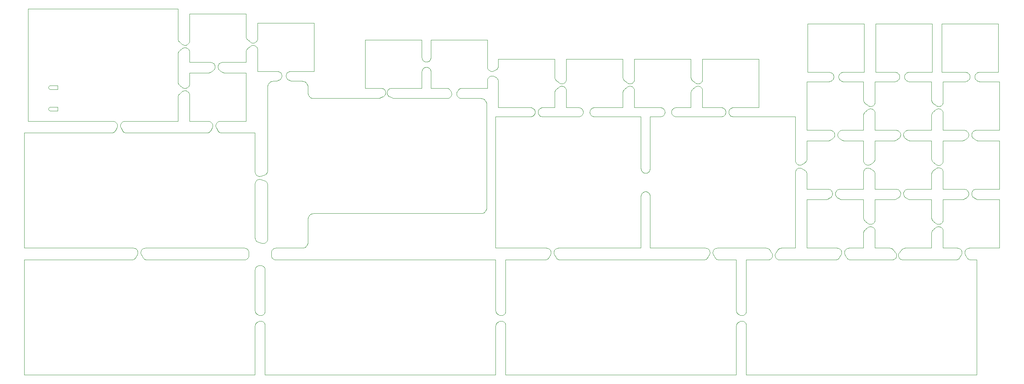
<source format=gko>
%MOIN*%
%OFA0B0*%
%FSLAX44Y44*%
%IPPOS*%
%LPD*%
%ADD10C,0*%
D10*
X00002956Y00022944D02*
X00002956Y00022944D01*
X00002336Y00022944D01*
X00002299Y00022949D01*
X00002264Y00022961D01*
X00002232Y00022981D01*
X00002205Y00023007D01*
X00002185Y00023039D01*
X00002173Y00023074D01*
X00002169Y00023112D01*
X00002173Y00023149D01*
X00002185Y00023184D01*
X00002205Y00023216D01*
X00002232Y00023243D01*
X00002264Y00023262D01*
X00002299Y00023275D01*
X00002336Y00023279D01*
X00002956Y00023279D01*
X00002956Y00022944D01*
X00002956Y00025149D02*
X00002956Y00025149D01*
X00002956Y00024814D01*
X00002336Y00024814D01*
X00002299Y00024819D01*
X00002264Y00024831D01*
X00002232Y00024851D01*
X00002205Y00024877D01*
X00002185Y00024909D01*
X00002173Y00024945D01*
X00002169Y00024982D01*
X00002173Y00025019D01*
X00002185Y00025054D01*
X00002205Y00025086D01*
X00002232Y00025113D01*
X00002264Y00025133D01*
X00002299Y00025145D01*
X00002336Y00025149D01*
X00002956Y00025149D01*
X00020078Y00021023D02*
X00020078Y00021023D01*
X00017193Y00021023D01*
X00017172Y00021024D01*
X00017151Y00021025D01*
X00017131Y00021028D01*
X00017111Y00021032D01*
X00017091Y00021037D01*
X00017071Y00021042D01*
X00017052Y00021049D01*
X00017033Y00021057D01*
X00017014Y00021066D01*
X00016996Y00021076D01*
X00016978Y00021086D01*
X00016961Y00021098D01*
X00016945Y00021111D01*
X00016929Y00021124D01*
X00016914Y00021138D01*
X00016900Y00021153D01*
X00016887Y00021169D01*
X00016874Y00021185D01*
X00016863Y00021202D01*
X00016852Y00021220D01*
X00016715Y00021456D01*
X00016696Y00021492D01*
X00016681Y00021531D01*
X00016671Y00021571D01*
X00016664Y00021611D01*
X00016662Y00021653D01*
X00016664Y00021694D01*
X00016671Y00021735D01*
X00016681Y00021774D01*
X00016696Y00021813D01*
X00016715Y00021850D01*
X00016737Y00021884D01*
X00016763Y00021916D01*
X00016792Y00021945D01*
X00016824Y00021971D01*
X00016859Y00021994D01*
X00016896Y00022013D01*
X00016934Y00022027D01*
X00016974Y00022038D01*
X00017015Y00022045D01*
X00017056Y00022047D01*
X00019291Y00022047D01*
X00019291Y00026247D01*
X00017448Y00026247D01*
X00017436Y00026247D01*
X00017425Y00026247D01*
X00017413Y00026248D01*
X00017401Y00026249D01*
X00017390Y00026251D01*
X00017378Y00026253D01*
X00017367Y00026255D01*
X00017356Y00026258D01*
X00017345Y00026261D01*
X00017333Y00026264D01*
X00017322Y00026267D01*
X00017311Y00026271D01*
X00017301Y00026275D01*
X00017290Y00026280D01*
X00017279Y00026285D01*
X00017269Y00026290D01*
X00017259Y00026295D01*
X00017248Y00026301D01*
X00017239Y00026307D01*
X00017229Y00026313D01*
X00017034Y00026444D01*
X00016994Y00026475D01*
X00016958Y00026510D01*
X00016927Y00026549D01*
X00016902Y00026593D01*
X00016882Y00026639D01*
X00016868Y00026687D01*
X00016860Y00026737D01*
X00016859Y00026787D01*
X00016864Y00026837D01*
X00016876Y00026886D01*
X00016894Y00026933D01*
X00016917Y00026977D01*
X00016946Y00027018D01*
X00016980Y00027055D01*
X00017018Y00027087D01*
X00017060Y00027115D01*
X00017106Y00027136D01*
X00017153Y00027152D01*
X00017203Y00027162D01*
X00017253Y00027165D01*
X00019291Y00027165D01*
X00019291Y00028058D01*
X00019291Y00028075D01*
X00019292Y00028092D01*
X00019294Y00028109D01*
X00019297Y00028125D01*
X00019300Y00028142D01*
X00019304Y00028159D01*
X00019309Y00028175D01*
X00019314Y00028191D01*
X00019320Y00028207D01*
X00019327Y00028223D01*
X00019334Y00028238D01*
X00019343Y00028253D01*
X00019351Y00028267D01*
X00019361Y00028282D01*
X00019371Y00028295D01*
X00019381Y00028309D01*
X00019392Y00028322D01*
X00019404Y00028334D01*
X00019416Y00028346D01*
X00019429Y00028357D01*
X00019647Y00028543D01*
X00019683Y00028570D01*
X00019721Y00028593D01*
X00019762Y00028612D01*
X00019805Y00028625D01*
X00019849Y00028634D01*
X00019893Y00028638D01*
X00019938Y00028636D01*
X00019983Y00028629D01*
X00020026Y00028618D01*
X00020067Y00028602D01*
X00020107Y00028580D01*
X00020144Y00028555D01*
X00020178Y00028526D01*
X00020208Y00028493D01*
X00020234Y00028456D01*
X00020256Y00028417D01*
X00020274Y00028376D01*
X00020286Y00028333D01*
X00020294Y00028289D01*
X00020296Y00028244D01*
X00020296Y00026377D01*
X00022004Y00026377D01*
X00022057Y00026374D01*
X00022109Y00026363D01*
X00022159Y00026346D01*
X00022206Y00026321D01*
X00022250Y00026291D01*
X00022289Y00026255D01*
X00022323Y00026214D01*
X00022351Y00026169D01*
X00022373Y00026121D01*
X00022388Y00026070D01*
X00022396Y00026017D01*
X00022397Y00025964D01*
X00022391Y00025911D01*
X00022377Y00025860D01*
X00022357Y00025810D01*
X00022331Y00025764D01*
X00022298Y00025722D01*
X00022260Y00025685D01*
X00022218Y00025653D01*
X00022171Y00025627D01*
X00022029Y00025561D01*
X00022021Y00025557D01*
X00022013Y00025554D01*
X00022005Y00025550D01*
X00021997Y00025547D01*
X00021989Y00025544D01*
X00021981Y00025542D01*
X00021972Y00025539D01*
X00021964Y00025537D01*
X00021956Y00025535D01*
X00021947Y00025533D01*
X00021939Y00025531D01*
X00021930Y00025529D01*
X00021922Y00025528D01*
X00021913Y00025527D01*
X00021905Y00025525D01*
X00021896Y00025525D01*
X00021887Y00025524D01*
X00021879Y00025524D01*
X00021870Y00025523D01*
X00021861Y00025523D01*
X00021657Y00025523D01*
X00021579Y00025517D01*
X00021502Y00025499D01*
X00021430Y00025469D01*
X00021363Y00025428D01*
X00021303Y00025377D01*
X00021252Y00025317D01*
X00021211Y00025250D01*
X00021181Y00025178D01*
X00021163Y00025101D01*
X00021157Y00025023D01*
X00021157Y00017743D01*
X00021156Y00017719D01*
X00021154Y00017694D01*
X00021150Y00017670D01*
X00021145Y00017646D01*
X00021138Y00017622D01*
X00021130Y00017599D01*
X00021120Y00017577D01*
X00021109Y00017555D01*
X00021096Y00017533D01*
X00021083Y00017513D01*
X00021068Y00017494D01*
X00021051Y00017475D01*
X00021034Y00017458D01*
X00021016Y00017441D01*
X00020996Y00017426D01*
X00020976Y00017412D01*
X00020955Y00017399D01*
X00020933Y00017388D01*
X00020911Y00017378D01*
X00020888Y00017370D01*
X00020596Y00017273D01*
X00020560Y00017263D01*
X00020524Y00017256D01*
X00020487Y00017253D01*
X00020449Y00017253D01*
X00020412Y00017257D01*
X00020376Y00017264D01*
X00020340Y00017275D01*
X00020306Y00017289D01*
X00020273Y00017307D01*
X00020242Y00017327D01*
X00020213Y00017350D01*
X00020186Y00017376D01*
X00020161Y00017404D01*
X00020140Y00017435D01*
X00020121Y00017467D01*
X00020106Y00017501D01*
X00020094Y00017536D01*
X00020085Y00017572D01*
X00020080Y00017609D01*
X00020078Y00017646D01*
X00020078Y00021023D01*
X00056587Y00023228D02*
X00056587Y00023228D01*
X00057874Y00023228D01*
X00057874Y00024514D01*
X00057874Y00024531D01*
X00057875Y00024548D01*
X00057877Y00024565D01*
X00057879Y00024582D01*
X00057883Y00024599D01*
X00057887Y00024615D01*
X00057891Y00024632D01*
X00057897Y00024648D01*
X00057903Y00024664D01*
X00057910Y00024679D01*
X00057917Y00024695D01*
X00057925Y00024710D01*
X00057934Y00024724D01*
X00057943Y00024738D01*
X00057953Y00024752D01*
X00057964Y00024765D01*
X00057975Y00024778D01*
X00057987Y00024791D01*
X00057999Y00024803D01*
X00058012Y00024814D01*
X00058230Y00025000D01*
X00058265Y00025027D01*
X00058304Y00025050D01*
X00058345Y00025068D01*
X00058387Y00025082D01*
X00058431Y00025091D01*
X00058476Y00025094D01*
X00058521Y00025093D01*
X00058565Y00025086D01*
X00058608Y00025075D01*
X00058650Y00025058D01*
X00058690Y00025037D01*
X00058727Y00025012D01*
X00058760Y00024982D01*
X00058791Y00024949D01*
X00058817Y00024913D01*
X00058839Y00024874D01*
X00058856Y00024833D01*
X00058869Y00024790D01*
X00058876Y00024745D01*
X00058879Y00024701D01*
X00058879Y00023228D01*
X00060502Y00023228D01*
X00060564Y00023223D01*
X00060624Y00023209D01*
X00060681Y00023185D01*
X00060734Y00023153D01*
X00060781Y00023113D01*
X00060821Y00023066D01*
X00060853Y00023013D01*
X00060877Y00022956D01*
X00060891Y00022896D01*
X00060896Y00022834D01*
X00060891Y00022773D01*
X00060877Y00022713D01*
X00060853Y00022656D01*
X00060821Y00022603D01*
X00060781Y00022556D01*
X00060734Y00022516D01*
X00060682Y00022484D01*
X00060625Y00022460D01*
X00060564Y00022445D01*
X00060503Y00022440D01*
X00060261Y00022440D01*
X00060261Y00022440D01*
X00060261Y00022440D01*
X00060261Y00022440D01*
X00060261Y00022440D01*
X00060261Y00022440D01*
X00060261Y00022440D01*
X00060261Y00022440D01*
X00060261Y00022440D01*
X00060261Y00022440D01*
X00060261Y00022440D01*
X00060261Y00022440D01*
X00060261Y00022440D01*
X00060261Y00022440D01*
X00060261Y00022440D01*
X00060261Y00022440D01*
X00060261Y00022440D01*
X00060261Y00022440D01*
X00060261Y00022440D01*
X00060261Y00022440D01*
X00060261Y00022440D01*
X00056587Y00022440D01*
X00056546Y00022442D01*
X00056505Y00022449D01*
X00056465Y00022459D01*
X00056427Y00022474D01*
X00056390Y00022493D01*
X00056355Y00022515D01*
X00056323Y00022541D01*
X00056294Y00022570D01*
X00056268Y00022602D01*
X00056246Y00022637D01*
X00056227Y00022674D01*
X00056212Y00022712D01*
X00056202Y00022752D01*
X00056195Y00022793D01*
X00056193Y00022834D01*
X00056195Y00022875D01*
X00056202Y00022916D01*
X00056212Y00022956D01*
X00056227Y00022994D01*
X00056246Y00023031D01*
X00056246Y00023031D01*
X00056257Y00023049D01*
X00056268Y00023066D01*
X00056281Y00023082D01*
X00056294Y00023098D01*
X00056309Y00023113D01*
X00056324Y00023127D01*
X00056339Y00023140D01*
X00056356Y00023153D01*
X00056373Y00023164D01*
X00056390Y00023175D01*
X00056408Y00023185D01*
X00056427Y00023194D01*
X00056446Y00023202D01*
X00056465Y00023209D01*
X00056485Y00023214D01*
X00056505Y00023219D01*
X00056525Y00023223D01*
X00056546Y00023226D01*
X00056566Y00023227D01*
X00056587Y00023228D01*
X00049500Y00023228D02*
X00049500Y00023228D01*
X00051968Y00023228D01*
X00051968Y00024514D01*
X00051968Y00024531D01*
X00051969Y00024548D01*
X00051971Y00024565D01*
X00051974Y00024582D01*
X00051977Y00024599D01*
X00051981Y00024615D01*
X00051986Y00024632D01*
X00051991Y00024648D01*
X00051997Y00024664D01*
X00052004Y00024679D01*
X00052012Y00024695D01*
X00052020Y00024710D01*
X00052028Y00024724D01*
X00052038Y00024738D01*
X00052048Y00024752D01*
X00052058Y00024765D01*
X00052070Y00024778D01*
X00052081Y00024791D01*
X00052093Y00024803D01*
X00052106Y00024814D01*
X00052324Y00025000D01*
X00052360Y00025027D01*
X00052398Y00025050D01*
X00052439Y00025068D01*
X00052482Y00025082D01*
X00052526Y00025091D01*
X00052571Y00025094D01*
X00052615Y00025093D01*
X00052660Y00025086D01*
X00052703Y00025075D01*
X00052745Y00025058D01*
X00052784Y00025037D01*
X00052821Y00025012D01*
X00052855Y00024982D01*
X00052885Y00024949D01*
X00052911Y00024913D01*
X00052933Y00024874D01*
X00052951Y00024833D01*
X00052963Y00024790D01*
X00052971Y00024745D01*
X00052974Y00024701D01*
X00052974Y00023228D01*
X00055223Y00023228D01*
X00055244Y00023227D01*
X00055264Y00023226D01*
X00055285Y00023223D01*
X00055305Y00023219D01*
X00055325Y00023214D01*
X00055345Y00023209D01*
X00055364Y00023202D01*
X00055383Y00023194D01*
X00055402Y00023185D01*
X00055420Y00023175D01*
X00055437Y00023164D01*
X00055454Y00023153D01*
X00055471Y00023140D01*
X00055486Y00023127D01*
X00055501Y00023113D01*
X00055516Y00023098D01*
X00055529Y00023082D01*
X00055542Y00023066D01*
X00055553Y00023049D01*
X00055564Y00023031D01*
X00055564Y00023031D01*
X00055583Y00022994D01*
X00055598Y00022956D01*
X00055608Y00022916D01*
X00055615Y00022875D01*
X00055617Y00022834D01*
X00055615Y00022793D01*
X00055608Y00022752D01*
X00055598Y00022712D01*
X00055583Y00022674D01*
X00055564Y00022637D01*
X00055542Y00022602D01*
X00055516Y00022570D01*
X00055487Y00022541D01*
X00055455Y00022515D01*
X00055420Y00022493D01*
X00055383Y00022474D01*
X00055345Y00022459D01*
X00055305Y00022449D01*
X00055264Y00022442D01*
X00055223Y00022440D01*
X00054330Y00022440D01*
X00054330Y00017928D01*
X00054330Y00017928D01*
X00054325Y00017867D01*
X00054311Y00017807D01*
X00054287Y00017750D01*
X00054255Y00017697D01*
X00054215Y00017650D01*
X00054168Y00017610D01*
X00054115Y00017578D01*
X00054058Y00017554D01*
X00053998Y00017539D01*
X00053937Y00017535D01*
X00053875Y00017539D01*
X00053815Y00017554D01*
X00053758Y00017578D01*
X00053705Y00017610D01*
X00053658Y00017650D01*
X00053618Y00017697D01*
X00053586Y00017750D01*
X00053562Y00017807D01*
X00053548Y00017867D01*
X00053543Y00017928D01*
X00053543Y00022440D01*
X00049500Y00022440D01*
X00049459Y00022442D01*
X00049418Y00022449D01*
X00049378Y00022459D01*
X00049340Y00022474D01*
X00049303Y00022493D01*
X00049269Y00022515D01*
X00049237Y00022541D01*
X00049207Y00022570D01*
X00049182Y00022602D01*
X00049159Y00022637D01*
X00049140Y00022674D01*
X00049126Y00022712D01*
X00049115Y00022752D01*
X00049109Y00022793D01*
X00049106Y00022834D01*
X00049109Y00022875D01*
X00049115Y00022916D01*
X00049126Y00022956D01*
X00049140Y00022994D01*
X00049159Y00023031D01*
X00049159Y00023031D01*
X00049170Y00023049D01*
X00049182Y00023066D01*
X00049194Y00023082D01*
X00049208Y00023098D01*
X00049222Y00023113D01*
X00049237Y00023127D01*
X00049253Y00023140D01*
X00049269Y00023153D01*
X00049286Y00023164D01*
X00049304Y00023175D01*
X00049322Y00023185D01*
X00049340Y00023194D01*
X00049359Y00023202D01*
X00049379Y00023209D01*
X00049398Y00023214D01*
X00049418Y00023219D01*
X00049439Y00023223D01*
X00049459Y00023226D01*
X00049480Y00023227D01*
X00049500Y00023228D01*
X00078740Y00018792D02*
X00078740Y00018792D01*
X00078740Y00020341D01*
X00076897Y00020341D01*
X00076885Y00020341D01*
X00076873Y00020342D01*
X00076862Y00020343D01*
X00076850Y00020344D01*
X00076839Y00020346D01*
X00076827Y00020347D01*
X00076816Y00020350D01*
X00076805Y00020352D01*
X00076793Y00020355D01*
X00076782Y00020358D01*
X00076771Y00020362D01*
X00076760Y00020366D01*
X00076749Y00020370D01*
X00076739Y00020374D01*
X00076728Y00020379D01*
X00076718Y00020384D01*
X00076707Y00020390D01*
X00076697Y00020395D01*
X00076687Y00020401D01*
X00076678Y00020408D01*
X00076482Y00020539D01*
X00076443Y00020569D01*
X00076407Y00020604D01*
X00076376Y00020644D01*
X00076350Y00020687D01*
X00076331Y00020733D01*
X00076317Y00020782D01*
X00076309Y00020831D01*
X00076308Y00020881D01*
X00076313Y00020931D01*
X00076325Y00020980D01*
X00076342Y00021027D01*
X00076366Y00021071D01*
X00076395Y00021113D01*
X00076429Y00021150D01*
X00076467Y00021182D01*
X00076509Y00021209D01*
X00076554Y00021231D01*
X00076602Y00021247D01*
X00076651Y00021256D01*
X00076701Y00021259D01*
X00078740Y00021259D01*
X00078740Y00022546D01*
X00078740Y00022563D01*
X00078741Y00022580D01*
X00078743Y00022597D01*
X00078746Y00022614D01*
X00078749Y00022630D01*
X00078753Y00022647D01*
X00078758Y00022663D01*
X00078763Y00022679D01*
X00078769Y00022695D01*
X00078776Y00022711D01*
X00078783Y00022726D01*
X00078791Y00022741D01*
X00078800Y00022756D01*
X00078810Y00022770D01*
X00078819Y00022784D01*
X00078830Y00022797D01*
X00078841Y00022810D01*
X00078853Y00022822D01*
X00078865Y00022834D01*
X00078878Y00022845D01*
X00079096Y00023032D01*
X00079131Y00023059D01*
X00079170Y00023082D01*
X00079211Y00023100D01*
X00079254Y00023114D01*
X00079298Y00023122D01*
X00079342Y00023126D01*
X00079387Y00023124D01*
X00079431Y00023118D01*
X00079475Y00023106D01*
X00079516Y00023090D01*
X00079556Y00023069D01*
X00079593Y00023043D01*
X00079627Y00023014D01*
X00079657Y00022981D01*
X00079683Y00022944D01*
X00079705Y00022905D01*
X00079722Y00022864D01*
X00079735Y00022821D01*
X00079743Y00022777D01*
X00079745Y00022732D01*
X00079745Y00021259D01*
X00081565Y00021259D01*
X00081615Y00021256D01*
X00081665Y00021247D01*
X00081712Y00021231D01*
X00081758Y00021209D01*
X00081800Y00021182D01*
X00081838Y00021150D01*
X00081872Y00021113D01*
X00081901Y00021071D01*
X00081924Y00021027D01*
X00081942Y00020980D01*
X00081953Y00020931D01*
X00081959Y00020881D01*
X00081957Y00020831D01*
X00081950Y00020782D01*
X00081936Y00020733D01*
X00081916Y00020687D01*
X00081891Y00020644D01*
X00081860Y00020604D01*
X00081824Y00020569D01*
X00081784Y00020539D01*
X00081589Y00020408D01*
X00081579Y00020401D01*
X00081569Y00020395D01*
X00081559Y00020390D01*
X00081549Y00020384D01*
X00081539Y00020379D01*
X00081528Y00020374D01*
X00081517Y00020370D01*
X00081507Y00020366D01*
X00081496Y00020362D01*
X00081485Y00020358D01*
X00081473Y00020355D01*
X00081462Y00020352D01*
X00081451Y00020350D01*
X00081439Y00020347D01*
X00081428Y00020346D01*
X00081416Y00020344D01*
X00081405Y00020343D01*
X00081393Y00020342D01*
X00081382Y00020341D01*
X00081370Y00020341D01*
X00079745Y00020341D01*
X00079745Y00018605D01*
X00079743Y00018561D01*
X00079735Y00018517D01*
X00079722Y00018474D01*
X00079705Y00018432D01*
X00079683Y00018393D01*
X00079657Y00018357D01*
X00079627Y00018324D01*
X00079593Y00018294D01*
X00079556Y00018269D01*
X00079516Y00018248D01*
X00079475Y00018231D01*
X00079431Y00018220D01*
X00079387Y00018213D01*
X00079342Y00018212D01*
X00079298Y00018215D01*
X00079254Y00018224D01*
X00079211Y00018238D01*
X00079170Y00018256D01*
X00079131Y00018279D01*
X00079096Y00018306D01*
X00078878Y00018492D01*
X00078865Y00018504D01*
X00078853Y00018515D01*
X00078841Y00018528D01*
X00078830Y00018541D01*
X00078819Y00018554D01*
X00078810Y00018568D01*
X00078800Y00018582D01*
X00078791Y00018597D01*
X00078783Y00018612D01*
X00078776Y00018627D01*
X00078769Y00018642D01*
X00078763Y00018658D01*
X00078758Y00018674D01*
X00078753Y00018691D01*
X00078749Y00018707D01*
X00078746Y00018724D01*
X00078743Y00018741D01*
X00078741Y00018758D01*
X00078740Y00018775D01*
X00078740Y00018792D01*
X00072834Y00018631D02*
X00072834Y00018631D01*
X00072834Y00020341D01*
X00071188Y00020341D01*
X00071176Y00020341D01*
X00071165Y00020342D01*
X00071153Y00020343D01*
X00071142Y00020344D01*
X00071130Y00020346D01*
X00071119Y00020347D01*
X00071107Y00020350D01*
X00071096Y00020352D01*
X00071085Y00020355D01*
X00071074Y00020358D01*
X00071062Y00020362D01*
X00071051Y00020366D01*
X00071041Y00020370D01*
X00071030Y00020374D01*
X00071019Y00020379D01*
X00071009Y00020384D01*
X00070999Y00020390D01*
X00070989Y00020395D01*
X00070979Y00020401D01*
X00070969Y00020408D01*
X00070774Y00020539D01*
X00070734Y00020569D01*
X00070698Y00020604D01*
X00070667Y00020644D01*
X00070642Y00020687D01*
X00070622Y00020733D01*
X00070608Y00020782D01*
X00070601Y00020831D01*
X00070599Y00020881D01*
X00070605Y00020931D01*
X00070616Y00020980D01*
X00070634Y00021027D01*
X00070657Y00021071D01*
X00070686Y00021113D01*
X00070720Y00021150D01*
X00070758Y00021182D01*
X00070800Y00021209D01*
X00070846Y00021231D01*
X00070893Y00021247D01*
X00070943Y00021256D01*
X00070993Y00021259D01*
X00072834Y00021259D01*
X00072834Y00022546D01*
X00072835Y00022563D01*
X00072836Y00022580D01*
X00072837Y00022597D01*
X00072840Y00022614D01*
X00072843Y00022630D01*
X00072847Y00022647D01*
X00072852Y00022663D01*
X00072857Y00022679D01*
X00072864Y00022695D01*
X00072870Y00022711D01*
X00072878Y00022726D01*
X00072886Y00022741D01*
X00072895Y00022756D01*
X00072904Y00022770D01*
X00072914Y00022784D01*
X00072925Y00022797D01*
X00072936Y00022810D01*
X00072947Y00022822D01*
X00072960Y00022834D01*
X00072972Y00022845D01*
X00073190Y00023032D01*
X00073226Y00023059D01*
X00073265Y00023082D01*
X00073305Y00023100D01*
X00073348Y00023114D01*
X00073392Y00023122D01*
X00073437Y00023126D01*
X00073481Y00023124D01*
X00073526Y00023118D01*
X00073569Y00023106D01*
X00073611Y00023090D01*
X00073650Y00023069D01*
X00073687Y00023043D01*
X00073721Y00023014D01*
X00073751Y00022981D01*
X00073778Y00022944D01*
X00073800Y00022905D01*
X00073817Y00022864D01*
X00073829Y00022821D01*
X00073837Y00022777D01*
X00073840Y00022732D01*
X00073840Y00021259D01*
X00075660Y00021259D01*
X00075710Y00021256D01*
X00075759Y00021247D01*
X00075807Y00021231D01*
X00075852Y00021209D01*
X00075894Y00021182D01*
X00075933Y00021150D01*
X00075966Y00021113D01*
X00075995Y00021071D01*
X00076019Y00021027D01*
X00076036Y00020980D01*
X00076048Y00020931D01*
X00076053Y00020881D01*
X00076052Y00020831D01*
X00076044Y00020782D01*
X00076031Y00020733D01*
X00076011Y00020687D01*
X00075985Y00020644D01*
X00075954Y00020604D01*
X00075919Y00020569D01*
X00075879Y00020539D01*
X00075684Y00020408D01*
X00075674Y00020401D01*
X00075664Y00020395D01*
X00075654Y00020390D01*
X00075644Y00020384D01*
X00075633Y00020379D01*
X00075623Y00020374D01*
X00075612Y00020370D01*
X00075601Y00020366D01*
X00075590Y00020362D01*
X00075579Y00020358D01*
X00075568Y00020355D01*
X00075557Y00020352D01*
X00075545Y00020350D01*
X00075534Y00020347D01*
X00075522Y00020346D01*
X00075511Y00020344D01*
X00075499Y00020343D01*
X00075488Y00020342D01*
X00075476Y00020341D01*
X00075465Y00020341D01*
X00073840Y00020341D01*
X00073840Y00018779D01*
X00073839Y00018760D01*
X00073838Y00018741D01*
X00073835Y00018722D01*
X00073832Y00018703D01*
X00073828Y00018684D01*
X00073823Y00018666D01*
X00073817Y00018647D01*
X00073810Y00018629D01*
X00073802Y00018612D01*
X00073794Y00018595D01*
X00073785Y00018578D01*
X00073774Y00018562D01*
X00073763Y00018546D01*
X00073752Y00018531D01*
X00073739Y00018516D01*
X00073726Y00018502D01*
X00073712Y00018489D01*
X00073698Y00018476D01*
X00073683Y00018465D01*
X00073667Y00018453D01*
X00073449Y00018305D01*
X00073413Y00018283D01*
X00073374Y00018265D01*
X00073334Y00018251D01*
X00073292Y00018242D01*
X00073250Y00018237D01*
X00073207Y00018237D01*
X00073165Y00018242D01*
X00073123Y00018251D01*
X00073082Y00018265D01*
X00073044Y00018283D01*
X00073007Y00018305D01*
X00072973Y00018330D01*
X00072942Y00018360D01*
X00072915Y00018392D01*
X00072891Y00018427D01*
X00072871Y00018465D01*
X00072855Y00018505D01*
X00072843Y00018546D01*
X00072836Y00018588D01*
X00072834Y00018631D01*
X00067934Y00017441D02*
X00067934Y00017441D01*
X00067934Y00016141D01*
X00069754Y00016141D01*
X00069804Y00016138D01*
X00069854Y00016128D01*
X00069901Y00016113D01*
X00069947Y00016091D01*
X00069989Y00016064D01*
X00070027Y00016031D01*
X00070061Y00015994D01*
X00070090Y00015953D01*
X00070113Y00015909D01*
X00070131Y00015862D01*
X00070142Y00015813D01*
X00070148Y00015763D01*
X00070146Y00015713D01*
X00070139Y00015663D01*
X00070125Y00015615D01*
X00070105Y00015569D01*
X00070080Y00015526D01*
X00070049Y00015486D01*
X00070013Y00015451D01*
X00069973Y00015420D01*
X00069778Y00015290D01*
X00069768Y00015283D01*
X00069758Y00015277D01*
X00069748Y00015272D01*
X00069738Y00015266D01*
X00069728Y00015261D01*
X00069717Y00015256D01*
X00069706Y00015252D01*
X00069696Y00015248D01*
X00069685Y00015244D01*
X00069674Y00015240D01*
X00069662Y00015237D01*
X00069651Y00015234D01*
X00069640Y00015231D01*
X00069628Y00015229D01*
X00069617Y00015227D01*
X00069605Y00015226D01*
X00069594Y00015225D01*
X00069582Y00015224D01*
X00069571Y00015223D01*
X00069559Y00015223D01*
X00067934Y00015223D01*
X00067934Y00011023D01*
X00070542Y00011023D01*
X00070583Y00011021D01*
X00070624Y00011015D01*
X00070663Y00011004D01*
X00070702Y00010989D01*
X00070739Y00010970D01*
X00070773Y00010948D01*
X00070805Y00010922D01*
X00070834Y00010893D01*
X00070860Y00010861D01*
X00070883Y00010826D01*
X00070901Y00010789D01*
X00070916Y00010751D01*
X00070927Y00010711D01*
X00070933Y00010670D01*
X00070935Y00010629D01*
X00070933Y00010588D01*
X00070927Y00010547D01*
X00070916Y00010507D01*
X00070901Y00010469D01*
X00070882Y00010432D01*
X00070746Y00010196D01*
X00070735Y00010178D01*
X00070723Y00010161D01*
X00070711Y00010145D01*
X00070697Y00010129D01*
X00070683Y00010115D01*
X00070668Y00010100D01*
X00070652Y00010087D01*
X00070636Y00010075D01*
X00070619Y00010063D01*
X00070602Y00010052D01*
X00070583Y00010042D01*
X00070565Y00010033D01*
X00070546Y00010026D01*
X00070526Y00010019D01*
X00070507Y00010013D01*
X00070487Y00010008D01*
X00070466Y00010004D01*
X00070446Y00010002D01*
X00070425Y00010000D01*
X00070405Y00010000D01*
X00065562Y00010000D01*
X00065520Y00010002D01*
X00065478Y00010009D01*
X00065437Y00010020D01*
X00065397Y00010036D01*
X00065359Y00010056D01*
X00065324Y00010080D01*
X00065291Y00010108D01*
X00065262Y00010139D01*
X00065236Y00010173D01*
X00065214Y00010209D01*
X00065197Y00010248D01*
X00065183Y00010289D01*
X00065174Y00010330D01*
X00065169Y00010373D01*
X00065169Y00010415D01*
X00065174Y00010458D01*
X00065183Y00010500D01*
X00065197Y00010540D01*
X00065215Y00010579D01*
X00065237Y00010615D01*
X00065399Y00010851D01*
X00065410Y00010867D01*
X00065422Y00010882D01*
X00065434Y00010896D01*
X00065448Y00010910D01*
X00065462Y00010923D01*
X00065476Y00010935D01*
X00065491Y00010947D01*
X00065507Y00010958D01*
X00065523Y00010968D01*
X00065540Y00010978D01*
X00065557Y00010986D01*
X00065575Y00010994D01*
X00065592Y00011001D01*
X00065611Y00011007D01*
X00065629Y00011012D01*
X00065648Y00011016D01*
X00065667Y00011019D01*
X00065686Y00011021D01*
X00065705Y00011023D01*
X00065724Y00011023D01*
X00066929Y00011023D01*
X00066929Y00017589D01*
X00066931Y00017632D01*
X00066938Y00017674D01*
X00066949Y00017715D01*
X00066965Y00017754D01*
X00066985Y00017792D01*
X00067009Y00017827D01*
X00067037Y00017860D01*
X00067068Y00017889D01*
X00067102Y00017915D01*
X00067138Y00017937D01*
X00067177Y00017955D01*
X00067217Y00017968D01*
X00067259Y00017977D01*
X00067301Y00017982D01*
X00067344Y00017982D01*
X00067387Y00017977D01*
X00067428Y00017968D01*
X00067469Y00017954D01*
X00067507Y00017936D01*
X00067544Y00017914D01*
X00067762Y00017766D01*
X00067777Y00017755D01*
X00067792Y00017743D01*
X00067807Y00017730D01*
X00067821Y00017717D01*
X00067834Y00017703D01*
X00067846Y00017689D01*
X00067858Y00017673D01*
X00067869Y00017658D01*
X00067879Y00017641D01*
X00067888Y00017625D01*
X00067897Y00017608D01*
X00067905Y00017590D01*
X00067912Y00017572D01*
X00067917Y00017554D01*
X00067923Y00017535D01*
X00067927Y00017517D01*
X00067930Y00017498D01*
X00067932Y00017479D01*
X00067934Y00017460D01*
X00067934Y00017441D01*
X00084645Y00011023D02*
X00084645Y00011023D01*
X00084645Y00015223D01*
X00082802Y00015223D01*
X00082791Y00015223D01*
X00082779Y00015224D01*
X00082767Y00015225D01*
X00082756Y00015226D01*
X00082744Y00015227D01*
X00082733Y00015229D01*
X00082721Y00015231D01*
X00082710Y00015234D01*
X00082699Y00015237D01*
X00082688Y00015240D01*
X00082677Y00015244D01*
X00082666Y00015248D01*
X00082655Y00015252D01*
X00082644Y00015256D01*
X00082634Y00015261D01*
X00082623Y00015266D01*
X00082613Y00015272D01*
X00082603Y00015277D01*
X00082593Y00015283D01*
X00082583Y00015290D01*
X00082388Y00015420D01*
X00082348Y00015451D01*
X00082312Y00015486D01*
X00082282Y00015526D01*
X00082256Y00015569D01*
X00082236Y00015615D01*
X00082222Y00015663D01*
X00082215Y00015713D01*
X00082214Y00015763D01*
X00082219Y00015813D01*
X00082230Y00015862D01*
X00082248Y00015909D01*
X00082271Y00015953D01*
X00082300Y00015994D01*
X00082334Y00016031D01*
X00082372Y00016064D01*
X00082415Y00016091D01*
X00082460Y00016113D01*
X00082508Y00016128D01*
X00082557Y00016138D01*
X00082607Y00016141D01*
X00084645Y00016141D01*
X00084645Y00020341D01*
X00082802Y00020341D01*
X00082791Y00020341D01*
X00082779Y00020342D01*
X00082767Y00020343D01*
X00082756Y00020344D01*
X00082744Y00020346D01*
X00082733Y00020347D01*
X00082721Y00020350D01*
X00082710Y00020352D01*
X00082699Y00020355D01*
X00082688Y00020358D01*
X00082677Y00020362D01*
X00082666Y00020366D01*
X00082655Y00020370D01*
X00082644Y00020374D01*
X00082634Y00020379D01*
X00082623Y00020384D01*
X00082613Y00020390D01*
X00082603Y00020395D01*
X00082593Y00020401D01*
X00082583Y00020408D01*
X00082388Y00020539D01*
X00082348Y00020569D01*
X00082312Y00020604D01*
X00082282Y00020644D01*
X00082256Y00020687D01*
X00082236Y00020733D01*
X00082222Y00020782D01*
X00082215Y00020831D01*
X00082214Y00020881D01*
X00082219Y00020931D01*
X00082230Y00020980D01*
X00082248Y00021027D01*
X00082271Y00021071D01*
X00082300Y00021113D01*
X00082334Y00021150D01*
X00082372Y00021182D01*
X00082415Y00021209D01*
X00082460Y00021231D01*
X00082508Y00021247D01*
X00082557Y00021256D01*
X00082607Y00021259D01*
X00084645Y00021259D01*
X00084645Y00025459D01*
X00082999Y00025459D01*
X00082991Y00025459D01*
X00082983Y00025460D01*
X00082974Y00025460D01*
X00082966Y00025461D01*
X00082958Y00025461D01*
X00082950Y00025462D01*
X00082942Y00025464D01*
X00082934Y00025465D01*
X00082925Y00025466D01*
X00082917Y00025468D01*
X00082909Y00025470D01*
X00082901Y00025472D01*
X00082893Y00025474D01*
X00082886Y00025476D01*
X00082878Y00025478D01*
X00082870Y00025481D01*
X00082862Y00025484D01*
X00082854Y00025487D01*
X00082847Y00025490D01*
X00082839Y00025493D01*
X00082721Y00025546D01*
X00082674Y00025571D01*
X00082630Y00025602D01*
X00082591Y00025639D01*
X00082558Y00025680D01*
X00082530Y00025726D01*
X00082509Y00025776D01*
X00082495Y00025827D01*
X00082488Y00025880D01*
X00082488Y00025934D01*
X00082496Y00025987D01*
X00082511Y00026039D01*
X00082532Y00026088D01*
X00082560Y00026133D01*
X00082594Y00026175D01*
X00082633Y00026211D01*
X00082677Y00026242D01*
X00082725Y00026267D01*
X00082775Y00026285D01*
X00082828Y00026295D01*
X00082881Y00026299D01*
X00084516Y00026299D01*
X00084516Y00030499D01*
X00079616Y00030499D01*
X00079616Y00026299D01*
X00081685Y00026299D01*
X00081738Y00026295D01*
X00081791Y00026285D01*
X00081841Y00026267D01*
X00081889Y00026242D01*
X00081933Y00026211D01*
X00081972Y00026175D01*
X00082006Y00026133D01*
X00082034Y00026088D01*
X00082055Y00026039D01*
X00082070Y00025987D01*
X00082078Y00025934D01*
X00082078Y00025880D01*
X00082071Y00025827D01*
X00082057Y00025776D01*
X00082036Y00025726D01*
X00082008Y00025680D01*
X00081974Y00025639D01*
X00081936Y00025602D01*
X00081892Y00025571D01*
X00081845Y00025546D01*
X00081727Y00025493D01*
X00081719Y00025490D01*
X00081711Y00025487D01*
X00081704Y00025484D01*
X00081696Y00025481D01*
X00081688Y00025478D01*
X00081680Y00025476D01*
X00081673Y00025474D01*
X00081665Y00025472D01*
X00081657Y00025470D01*
X00081649Y00025468D01*
X00081640Y00025466D01*
X00081632Y00025465D01*
X00081624Y00025464D01*
X00081616Y00025462D01*
X00081608Y00025461D01*
X00081600Y00025461D01*
X00081592Y00025460D01*
X00081583Y00025460D01*
X00081575Y00025459D01*
X00081567Y00025459D01*
X00079745Y00025459D01*
X00079745Y00023724D01*
X00079743Y00023679D01*
X00079735Y00023635D01*
X00079722Y00023592D01*
X00079705Y00023550D01*
X00079683Y00023511D01*
X00079657Y00023475D01*
X00079627Y00023442D01*
X00079593Y00023412D01*
X00079556Y00023387D01*
X00079516Y00023366D01*
X00079475Y00023350D01*
X00079431Y00023338D01*
X00079387Y00023331D01*
X00079342Y00023330D01*
X00079298Y00023334D01*
X00079254Y00023342D01*
X00079211Y00023356D01*
X00079170Y00023374D01*
X00079131Y00023397D01*
X00079096Y00023424D01*
X00078878Y00023610D01*
X00078865Y00023622D01*
X00078853Y00023634D01*
X00078841Y00023646D01*
X00078830Y00023659D01*
X00078819Y00023672D01*
X00078810Y00023686D01*
X00078800Y00023700D01*
X00078791Y00023715D01*
X00078783Y00023730D01*
X00078776Y00023745D01*
X00078769Y00023761D01*
X00078763Y00023776D01*
X00078758Y00023792D01*
X00078753Y00023809D01*
X00078749Y00023825D01*
X00078746Y00023842D01*
X00078743Y00023859D01*
X00078741Y00023876D01*
X00078740Y00023893D01*
X00078740Y00023910D01*
X00078740Y00025459D01*
X00076897Y00025459D01*
X00076888Y00025459D01*
X00076880Y00025460D01*
X00076872Y00025460D01*
X00076864Y00025461D01*
X00076856Y00025461D01*
X00076847Y00025462D01*
X00076839Y00025464D01*
X00076831Y00025465D01*
X00076823Y00025466D01*
X00076815Y00025468D01*
X00076807Y00025470D01*
X00076799Y00025472D01*
X00076791Y00025474D01*
X00076783Y00025476D01*
X00076775Y00025478D01*
X00076768Y00025481D01*
X00076760Y00025484D01*
X00076752Y00025487D01*
X00076744Y00025490D01*
X00076737Y00025493D01*
X00076619Y00025546D01*
X00076572Y00025571D01*
X00076528Y00025602D01*
X00076489Y00025639D01*
X00076456Y00025680D01*
X00076428Y00025726D01*
X00076407Y00025776D01*
X00076393Y00025827D01*
X00076386Y00025880D01*
X00076386Y00025934D01*
X00076393Y00025987D01*
X00076408Y00026039D01*
X00076430Y00026088D01*
X00076458Y00026133D01*
X00076492Y00026175D01*
X00076531Y00026211D01*
X00076575Y00026242D01*
X00076622Y00026267D01*
X00076673Y00026285D01*
X00076725Y00026295D01*
X00076779Y00026299D01*
X00078808Y00026299D01*
X00078808Y00030499D01*
X00073908Y00030499D01*
X00073908Y00026299D01*
X00075583Y00026299D01*
X00075636Y00026295D01*
X00075688Y00026285D01*
X00075739Y00026267D01*
X00075787Y00026242D01*
X00075830Y00026211D01*
X00075870Y00026175D01*
X00075904Y00026133D01*
X00075932Y00026088D01*
X00075953Y00026039D01*
X00075968Y00025987D01*
X00075975Y00025934D01*
X00075975Y00025880D01*
X00075968Y00025827D01*
X00075954Y00025776D01*
X00075933Y00025726D01*
X00075906Y00025680D01*
X00075872Y00025639D01*
X00075833Y00025602D01*
X00075790Y00025571D01*
X00075742Y00025546D01*
X00075624Y00025493D01*
X00075617Y00025490D01*
X00075609Y00025487D01*
X00075601Y00025484D01*
X00075594Y00025481D01*
X00075586Y00025478D01*
X00075578Y00025476D01*
X00075570Y00025474D01*
X00075562Y00025472D01*
X00075554Y00025470D01*
X00075546Y00025468D01*
X00075538Y00025466D01*
X00075530Y00025465D01*
X00075522Y00025464D01*
X00075514Y00025462D01*
X00075506Y00025461D01*
X00075497Y00025461D01*
X00075489Y00025460D01*
X00075481Y00025460D01*
X00075473Y00025459D01*
X00075465Y00025459D01*
X00073840Y00025459D01*
X00073840Y00023724D01*
X00073837Y00023679D01*
X00073829Y00023635D01*
X00073817Y00023592D01*
X00073800Y00023550D01*
X00073778Y00023511D01*
X00073751Y00023475D01*
X00073721Y00023442D01*
X00073687Y00023412D01*
X00073650Y00023387D01*
X00073611Y00023366D01*
X00073569Y00023350D01*
X00073526Y00023338D01*
X00073481Y00023331D01*
X00073437Y00023330D01*
X00073392Y00023334D01*
X00073348Y00023342D01*
X00073305Y00023356D01*
X00073265Y00023374D01*
X00073226Y00023397D01*
X00073190Y00023424D01*
X00072972Y00023610D01*
X00072960Y00023622D01*
X00072947Y00023634D01*
X00072936Y00023646D01*
X00072925Y00023659D01*
X00072914Y00023672D01*
X00072904Y00023686D01*
X00072895Y00023700D01*
X00072886Y00023715D01*
X00072878Y00023730D01*
X00072870Y00023745D01*
X00072864Y00023761D01*
X00072857Y00023776D01*
X00072852Y00023792D01*
X00072847Y00023809D01*
X00072843Y00023825D01*
X00072840Y00023842D01*
X00072837Y00023859D01*
X00072836Y00023876D01*
X00072835Y00023893D01*
X00072834Y00023910D01*
X00072834Y00025459D01*
X00071188Y00025459D01*
X00071180Y00025459D01*
X00071172Y00025460D01*
X00071163Y00025460D01*
X00071155Y00025461D01*
X00071147Y00025461D01*
X00071139Y00025462D01*
X00071131Y00025464D01*
X00071123Y00025465D01*
X00071114Y00025466D01*
X00071106Y00025468D01*
X00071098Y00025470D01*
X00071090Y00025472D01*
X00071082Y00025474D01*
X00071074Y00025476D01*
X00071067Y00025478D01*
X00071059Y00025481D01*
X00071051Y00025484D01*
X00071043Y00025487D01*
X00071036Y00025490D01*
X00071028Y00025493D01*
X00070910Y00025546D01*
X00070863Y00025571D01*
X00070819Y00025602D01*
X00070780Y00025639D01*
X00070747Y00025680D01*
X00070719Y00025726D01*
X00070698Y00025776D01*
X00070684Y00025827D01*
X00070677Y00025880D01*
X00070677Y00025934D01*
X00070685Y00025987D01*
X00070699Y00026039D01*
X00070721Y00026088D01*
X00070749Y00026133D01*
X00070783Y00026175D01*
X00070822Y00026211D01*
X00070866Y00026242D01*
X00070914Y00026267D01*
X00070964Y00026285D01*
X00071017Y00026295D01*
X00071070Y00026299D01*
X00072902Y00026299D01*
X00072902Y00030499D01*
X00068002Y00030499D01*
X00068002Y00026299D01*
X00069874Y00026299D01*
X00069927Y00026295D01*
X00069980Y00026285D01*
X00070030Y00026267D01*
X00070078Y00026242D01*
X00070122Y00026211D01*
X00070161Y00026175D01*
X00070195Y00026133D01*
X00070223Y00026088D01*
X00070244Y00026039D01*
X00070259Y00025987D01*
X00070267Y00025934D01*
X00070267Y00025880D01*
X00070260Y00025827D01*
X00070246Y00025776D01*
X00070225Y00025726D01*
X00070197Y00025680D01*
X00070163Y00025639D01*
X00070125Y00025602D01*
X00070081Y00025571D01*
X00070034Y00025546D01*
X00069916Y00025493D01*
X00069908Y00025490D01*
X00069900Y00025487D01*
X00069893Y00025484D01*
X00069885Y00025481D01*
X00069877Y00025478D01*
X00069869Y00025476D01*
X00069861Y00025474D01*
X00069854Y00025472D01*
X00069846Y00025470D01*
X00069838Y00025468D01*
X00069829Y00025466D01*
X00069821Y00025465D01*
X00069813Y00025464D01*
X00069805Y00025462D01*
X00069797Y00025461D01*
X00069789Y00025461D01*
X00069781Y00025460D01*
X00069772Y00025460D01*
X00069764Y00025459D01*
X00069756Y00025459D01*
X00067934Y00025459D01*
X00067934Y00021259D01*
X00069951Y00021259D01*
X00070001Y00021256D01*
X00070050Y00021247D01*
X00070098Y00021231D01*
X00070143Y00021209D01*
X00070186Y00021182D01*
X00070224Y00021150D01*
X00070258Y00021113D01*
X00070287Y00021071D01*
X00070310Y00021027D01*
X00070328Y00020980D01*
X00070339Y00020931D01*
X00070345Y00020881D01*
X00070343Y00020831D01*
X00070336Y00020782D01*
X00070322Y00020733D01*
X00070302Y00020687D01*
X00070276Y00020644D01*
X00070246Y00020604D01*
X00070210Y00020569D01*
X00070170Y00020539D01*
X00069975Y00020408D01*
X00069965Y00020401D01*
X00069955Y00020395D01*
X00069945Y00020390D01*
X00069935Y00020384D01*
X00069924Y00020379D01*
X00069914Y00020374D01*
X00069903Y00020370D01*
X00069892Y00020366D01*
X00069881Y00020362D01*
X00069870Y00020358D01*
X00069859Y00020355D01*
X00069848Y00020352D01*
X00069837Y00020350D01*
X00069825Y00020347D01*
X00069814Y00020346D01*
X00069802Y00020344D01*
X00069791Y00020343D01*
X00069779Y00020342D01*
X00069768Y00020341D01*
X00069756Y00020341D01*
X00067934Y00020341D01*
X00067934Y00018779D01*
X00067934Y00018760D01*
X00067932Y00018741D01*
X00067930Y00018722D01*
X00067927Y00018703D01*
X00067923Y00018684D01*
X00067917Y00018666D01*
X00067912Y00018647D01*
X00067905Y00018629D01*
X00067897Y00018612D01*
X00067888Y00018595D01*
X00067879Y00018578D01*
X00067869Y00018562D01*
X00067858Y00018546D01*
X00067846Y00018531D01*
X00067834Y00018516D01*
X00067821Y00018502D01*
X00067807Y00018489D01*
X00067792Y00018476D01*
X00067777Y00018465D01*
X00067762Y00018453D01*
X00067544Y00018305D01*
X00067507Y00018283D01*
X00067469Y00018265D01*
X00067428Y00018251D01*
X00067387Y00018242D01*
X00067344Y00018237D01*
X00067301Y00018237D01*
X00067259Y00018242D01*
X00067217Y00018251D01*
X00067177Y00018265D01*
X00067138Y00018283D01*
X00067102Y00018305D01*
X00067068Y00018330D01*
X00067037Y00018360D01*
X00067009Y00018392D01*
X00066985Y00018427D01*
X00066965Y00018465D01*
X00066949Y00018505D01*
X00066938Y00018546D01*
X00066931Y00018588D01*
X00066929Y00018631D01*
X00066929Y00022440D01*
X00061785Y00022440D01*
X00061785Y00022440D01*
X00061785Y00022440D01*
X00061785Y00022440D01*
X00061785Y00022440D01*
X00061785Y00022440D01*
X00061785Y00022440D01*
X00061785Y00022440D01*
X00061785Y00022440D01*
X00061785Y00022440D01*
X00061785Y00022440D01*
X00061785Y00022440D01*
X00061785Y00022440D01*
X00061785Y00022440D01*
X00061785Y00022440D01*
X00061785Y00022440D01*
X00061785Y00022440D01*
X00061785Y00022440D01*
X00061785Y00022440D01*
X00061785Y00022440D01*
X00061785Y00022440D01*
X00061543Y00022440D01*
X00061482Y00022445D01*
X00061422Y00022460D01*
X00061365Y00022484D01*
X00061312Y00022516D01*
X00061265Y00022556D01*
X00061225Y00022603D01*
X00061193Y00022656D01*
X00061169Y00022713D01*
X00061155Y00022773D01*
X00061150Y00022834D01*
X00061155Y00022896D01*
X00061170Y00022956D01*
X00061193Y00023013D01*
X00061226Y00023066D01*
X00061266Y00023113D01*
X00061313Y00023153D01*
X00061365Y00023185D01*
X00061422Y00023209D01*
X00061482Y00023223D01*
X00061544Y00023228D01*
X00063779Y00023228D01*
X00063779Y00027428D01*
X00058879Y00027428D01*
X00058879Y00025692D01*
X00058876Y00025647D01*
X00058869Y00025603D01*
X00058856Y00025560D01*
X00058839Y00025519D01*
X00058817Y00025480D01*
X00058791Y00025443D01*
X00058760Y00025410D01*
X00058727Y00025381D01*
X00058690Y00025356D01*
X00058650Y00025335D01*
X00058608Y00025318D01*
X00058565Y00025307D01*
X00058521Y00025300D01*
X00058476Y00025298D01*
X00058431Y00025302D01*
X00058387Y00025311D01*
X00058345Y00025324D01*
X00058304Y00025343D01*
X00058265Y00025366D01*
X00058230Y00025393D01*
X00058012Y00025579D01*
X00057999Y00025590D01*
X00057987Y00025602D01*
X00057975Y00025614D01*
X00057964Y00025627D01*
X00057953Y00025641D01*
X00057943Y00025654D01*
X00057934Y00025669D01*
X00057925Y00025683D01*
X00057917Y00025698D01*
X00057910Y00025713D01*
X00057903Y00025729D01*
X00057897Y00025745D01*
X00057891Y00025761D01*
X00057887Y00025777D01*
X00057883Y00025794D01*
X00057879Y00025811D01*
X00057877Y00025827D01*
X00057875Y00025844D01*
X00057874Y00025861D01*
X00057874Y00025878D01*
X00057874Y00027428D01*
X00052974Y00027428D01*
X00052974Y00025692D01*
X00052971Y00025647D01*
X00052963Y00025603D01*
X00052951Y00025560D01*
X00052933Y00025519D01*
X00052911Y00025480D01*
X00052885Y00025443D01*
X00052855Y00025410D01*
X00052821Y00025381D01*
X00052784Y00025356D01*
X00052745Y00025335D01*
X00052703Y00025318D01*
X00052660Y00025307D01*
X00052615Y00025300D01*
X00052571Y00025298D01*
X00052526Y00025302D01*
X00052482Y00025311D01*
X00052439Y00025324D01*
X00052398Y00025343D01*
X00052360Y00025366D01*
X00052324Y00025393D01*
X00052106Y00025579D01*
X00052093Y00025590D01*
X00052081Y00025602D01*
X00052070Y00025614D01*
X00052058Y00025627D01*
X00052048Y00025641D01*
X00052038Y00025654D01*
X00052028Y00025669D01*
X00052020Y00025683D01*
X00052012Y00025698D01*
X00052004Y00025713D01*
X00051997Y00025729D01*
X00051991Y00025745D01*
X00051986Y00025761D01*
X00051981Y00025777D01*
X00051977Y00025794D01*
X00051974Y00025811D01*
X00051971Y00025827D01*
X00051969Y00025844D01*
X00051968Y00025861D01*
X00051968Y00025878D01*
X00051968Y00027428D01*
X00047068Y00027428D01*
X00047068Y00025692D01*
X00047065Y00025647D01*
X00047058Y00025603D01*
X00047045Y00025560D01*
X00047028Y00025519D01*
X00047006Y00025480D01*
X00046980Y00025443D01*
X00046949Y00025410D01*
X00046916Y00025381D01*
X00046879Y00025356D01*
X00046839Y00025335D01*
X00046797Y00025318D01*
X00046754Y00025307D01*
X00046710Y00025300D01*
X00046665Y00025298D01*
X00046620Y00025302D01*
X00046576Y00025311D01*
X00046534Y00025324D01*
X00046493Y00025343D01*
X00046454Y00025366D01*
X00046419Y00025393D01*
X00046201Y00025579D01*
X00046188Y00025590D01*
X00046176Y00025602D01*
X00046164Y00025614D01*
X00046153Y00025627D01*
X00046142Y00025641D01*
X00046132Y00025654D01*
X00046123Y00025669D01*
X00046114Y00025683D01*
X00046106Y00025698D01*
X00046099Y00025713D01*
X00046092Y00025729D01*
X00046086Y00025745D01*
X00046080Y00025761D01*
X00046076Y00025777D01*
X00046072Y00025794D01*
X00046068Y00025811D01*
X00046066Y00025827D01*
X00046064Y00025844D01*
X00046063Y00025861D01*
X00046062Y00025878D01*
X00046062Y00027428D01*
X00041162Y00027428D01*
X00041162Y00026850D01*
X00041162Y00026829D01*
X00041160Y00026807D01*
X00041157Y00026786D01*
X00041153Y00026765D01*
X00041148Y00026745D01*
X00041142Y00026724D01*
X00041135Y00026704D01*
X00041126Y00026685D01*
X00041117Y00026666D01*
X00041106Y00026647D01*
X00041095Y00026629D01*
X00041083Y00026612D01*
X00041069Y00026595D01*
X00041055Y00026580D01*
X00041040Y00026565D01*
X00041024Y00026550D01*
X00041008Y00026537D01*
X00040991Y00026525D01*
X00040973Y00026513D01*
X00040954Y00026502D01*
X00040804Y00026422D01*
X00040767Y00026405D01*
X00040729Y00026392D01*
X00040690Y00026382D01*
X00040650Y00026377D01*
X00040609Y00026376D01*
X00040569Y00026379D01*
X00040529Y00026386D01*
X00040490Y00026398D01*
X00040452Y00026413D01*
X00040416Y00026432D01*
X00040383Y00026455D01*
X00040351Y00026481D01*
X00040323Y00026510D01*
X00040298Y00026541D01*
X00040276Y00026576D01*
X00040258Y00026612D01*
X00040244Y00026650D01*
X00040233Y00026689D01*
X00040227Y00026729D01*
X00040225Y00026770D01*
X00040225Y00029121D01*
X00035325Y00029121D01*
X00035325Y00027590D01*
X00035321Y00027533D01*
X00035308Y00027476D01*
X00035288Y00027423D01*
X00035260Y00027373D01*
X00035225Y00027327D01*
X00035183Y00027287D01*
X00035137Y00027254D01*
X00035085Y00027228D01*
X00035031Y00027209D01*
X00034975Y00027198D01*
X00034917Y00027196D01*
X00034860Y00027203D01*
X00034804Y00027217D01*
X00034752Y00027240D01*
X00034702Y00027270D01*
X00034658Y00027306D01*
X00034620Y00027349D01*
X00034588Y00027397D01*
X00034564Y00027449D01*
X00034547Y00027504D01*
X00034526Y00027599D01*
X00034525Y00027603D01*
X00034524Y00027608D01*
X00034523Y00027612D01*
X00034523Y00027616D01*
X00034522Y00027620D01*
X00034521Y00027625D01*
X00034520Y00027629D01*
X00034520Y00027633D01*
X00034519Y00027637D01*
X00034519Y00027642D01*
X00034518Y00027646D01*
X00034518Y00027650D01*
X00034518Y00027655D01*
X00034517Y00027659D01*
X00034517Y00027663D01*
X00034517Y00027668D01*
X00034517Y00027672D01*
X00034517Y00027676D01*
X00034516Y00027681D01*
X00034516Y00027685D01*
X00034516Y00029121D01*
X00029616Y00029121D01*
X00029616Y00024921D01*
X00031000Y00024921D01*
X00031055Y00024917D01*
X00031108Y00024906D01*
X00031159Y00024888D01*
X00031207Y00024862D01*
X00031251Y00024831D01*
X00031291Y00024793D01*
X00031325Y00024750D01*
X00031352Y00024703D01*
X00031373Y00024653D01*
X00031387Y00024600D01*
X00031393Y00024546D01*
X00031392Y00024492D01*
X00031384Y00024438D01*
X00031368Y00024386D01*
X00031345Y00024337D01*
X00031315Y00024291D01*
X00031279Y00024250D01*
X00031238Y00024214D01*
X00031193Y00024184D01*
X00031143Y00024161D01*
X00030860Y00024050D01*
X00030853Y00024048D01*
X00030846Y00024045D01*
X00030840Y00024043D01*
X00030833Y00024040D01*
X00030826Y00024038D01*
X00030818Y00024036D01*
X00030811Y00024035D01*
X00030804Y00024033D01*
X00030797Y00024031D01*
X00030790Y00024030D01*
X00030783Y00024029D01*
X00030775Y00024027D01*
X00030768Y00024026D01*
X00030761Y00024026D01*
X00030754Y00024025D01*
X00030746Y00024024D01*
X00030739Y00024024D01*
X00030732Y00024023D01*
X00030724Y00024023D01*
X00030717Y00024023D01*
X00025157Y00024023D01*
X00025079Y00024029D01*
X00025002Y00024048D01*
X00024930Y00024078D01*
X00024863Y00024119D01*
X00024803Y00024170D01*
X00024752Y00024229D01*
X00024711Y00024296D01*
X00024681Y00024369D01*
X00024663Y00024445D01*
X00024657Y00024523D01*
X00024657Y00025023D01*
X00024651Y00025101D01*
X00024633Y00025178D01*
X00024602Y00025250D01*
X00024561Y00025317D01*
X00024511Y00025377D01*
X00024451Y00025428D01*
X00024384Y00025469D01*
X00024311Y00025499D01*
X00024235Y00025517D01*
X00024157Y00025523D01*
X00023301Y00025523D01*
X00023293Y00025523D01*
X00023284Y00025524D01*
X00023275Y00025524D01*
X00023267Y00025525D01*
X00023258Y00025525D01*
X00023249Y00025527D01*
X00023241Y00025528D01*
X00023232Y00025529D01*
X00023224Y00025531D01*
X00023215Y00025533D01*
X00023207Y00025535D01*
X00023199Y00025537D01*
X00023190Y00025539D01*
X00023182Y00025542D01*
X00023174Y00025544D01*
X00023166Y00025547D01*
X00023158Y00025550D01*
X00023150Y00025554D01*
X00023142Y00025557D01*
X00023134Y00025561D01*
X00022991Y00025627D01*
X00022945Y00025653D01*
X00022902Y00025685D01*
X00022864Y00025722D01*
X00022832Y00025764D01*
X00022805Y00025810D01*
X00022785Y00025860D01*
X00022772Y00025911D01*
X00022766Y00025964D01*
X00022767Y00026017D01*
X00022775Y00026070D01*
X00022790Y00026121D01*
X00022811Y00026169D01*
X00022840Y00026214D01*
X00022873Y00026255D01*
X00022913Y00026291D01*
X00022956Y00026321D01*
X00023004Y00026346D01*
X00023054Y00026363D01*
X00023106Y00026374D01*
X00023159Y00026377D01*
X00025196Y00026377D01*
X00025196Y00030577D01*
X00020296Y00030577D01*
X00020296Y00029235D01*
X00020294Y00029191D01*
X00020286Y00029146D01*
X00020274Y00029103D01*
X00020256Y00029062D01*
X00020234Y00029023D01*
X00020208Y00028987D01*
X00020178Y00028954D01*
X00020144Y00028924D01*
X00020107Y00028899D01*
X00020067Y00028878D01*
X00020026Y00028861D01*
X00019983Y00028850D01*
X00019938Y00028843D01*
X00019893Y00028842D01*
X00019849Y00028845D01*
X00019805Y00028854D01*
X00019762Y00028868D01*
X00019721Y00028886D01*
X00019683Y00028909D01*
X00019647Y00028936D01*
X00019429Y00029122D01*
X00019416Y00029133D01*
X00019404Y00029145D01*
X00019392Y00029158D01*
X00019381Y00029171D01*
X00019371Y00029184D01*
X00019361Y00029198D01*
X00019351Y00029212D01*
X00019343Y00029226D01*
X00019334Y00029241D01*
X00019327Y00029257D01*
X00019320Y00029272D01*
X00019314Y00029288D01*
X00019309Y00029304D01*
X00019304Y00029321D01*
X00019300Y00029337D01*
X00019297Y00029354D01*
X00019294Y00029371D01*
X00019292Y00029388D01*
X00019291Y00029405D01*
X00019291Y00029422D01*
X00019291Y00031365D01*
X00014391Y00031365D01*
X00014391Y00029038D01*
X00014388Y00028994D01*
X00014381Y00028950D01*
X00014368Y00028907D01*
X00014351Y00028865D01*
X00014329Y00028826D01*
X00014302Y00028790D01*
X00014272Y00028757D01*
X00014238Y00028727D01*
X00014202Y00028702D01*
X00014162Y00028681D01*
X00014120Y00028665D01*
X00014077Y00028653D01*
X00014033Y00028646D01*
X00013988Y00028645D01*
X00013943Y00028648D01*
X00013899Y00028657D01*
X00013857Y00028671D01*
X00013816Y00028689D01*
X00013777Y00028712D01*
X00013741Y00028739D01*
X00013523Y00028925D01*
X00013511Y00028937D01*
X00013498Y00028948D01*
X00013487Y00028961D01*
X00013476Y00028974D01*
X00013465Y00028987D01*
X00013455Y00029001D01*
X00013446Y00029015D01*
X00013437Y00029030D01*
X00013429Y00029045D01*
X00013422Y00029060D01*
X00013415Y00029075D01*
X00013409Y00029091D01*
X00013403Y00029107D01*
X00013398Y00029124D01*
X00013394Y00029140D01*
X00013391Y00029157D01*
X00013389Y00029174D01*
X00013387Y00029191D01*
X00013386Y00029208D01*
X00013385Y00029225D01*
X00013385Y00031797D01*
X00000385Y00031797D01*
X00000385Y00022047D01*
X00007746Y00022047D01*
X00007788Y00022045D01*
X00007828Y00022038D01*
X00007868Y00022027D01*
X00007907Y00022013D01*
X00007943Y00021994D01*
X00007978Y00021971D01*
X00008010Y00021945D01*
X00008039Y00021916D01*
X00008065Y00021884D01*
X00008087Y00021850D01*
X00008106Y00021813D01*
X00008121Y00021774D01*
X00008132Y00021735D01*
X00008138Y00021694D01*
X00008140Y00021653D01*
X00008138Y00021611D01*
X00008131Y00021571D01*
X00008121Y00021531D01*
X00008106Y00021492D01*
X00008087Y00021456D01*
X00007950Y00021220D01*
X00007940Y00021202D01*
X00007928Y00021185D01*
X00007915Y00021169D01*
X00007902Y00021153D01*
X00007888Y00021138D01*
X00007873Y00021124D01*
X00007857Y00021111D01*
X00007841Y00021098D01*
X00007824Y00021086D01*
X00007806Y00021076D01*
X00007788Y00021066D01*
X00007770Y00021057D01*
X00007751Y00021049D01*
X00007731Y00021042D01*
X00007711Y00021037D01*
X00007691Y00021032D01*
X00007671Y00021028D01*
X00007651Y00021025D01*
X00007630Y00021024D01*
X00007610Y00021023D01*
X00000078Y00021023D01*
X00000078Y00011023D01*
X00009518Y00011023D01*
X00009559Y00011021D01*
X00009600Y00011015D01*
X00009640Y00011004D01*
X00009678Y00010989D01*
X00009715Y00010970D01*
X00009750Y00010948D01*
X00009782Y00010922D01*
X00009811Y00010893D01*
X00009837Y00010861D01*
X00009859Y00010826D01*
X00009878Y00010789D01*
X00009893Y00010751D01*
X00009903Y00010711D01*
X00009910Y00010670D01*
X00009912Y00010629D01*
X00009910Y00010588D01*
X00009903Y00010547D01*
X00009892Y00010507D01*
X00009878Y00010469D01*
X00009859Y00010432D01*
X00009722Y00010196D01*
X00009711Y00010178D01*
X00009699Y00010161D01*
X00009687Y00010145D01*
X00009674Y00010129D01*
X00009659Y00010115D01*
X00009644Y00010100D01*
X00009629Y00010087D01*
X00009612Y00010075D01*
X00009595Y00010063D01*
X00009578Y00010052D01*
X00009560Y00010042D01*
X00009541Y00010033D01*
X00009522Y00010026D01*
X00009503Y00010019D01*
X00009483Y00010013D01*
X00009463Y00010008D01*
X00009443Y00010004D01*
X00009422Y00010002D01*
X00009402Y00010000D01*
X00009381Y00010000D01*
X00000078Y00010000D01*
X00000078Y00000000D01*
X00020078Y00000000D01*
X00020078Y00004239D01*
X00020079Y00004258D01*
X00020080Y00004278D01*
X00020083Y00004297D01*
X00020086Y00004316D01*
X00020090Y00004335D01*
X00020095Y00004354D01*
X00020102Y00004372D01*
X00020109Y00004390D01*
X00020116Y00004408D01*
X00020125Y00004425D01*
X00020135Y00004442D01*
X00020145Y00004459D01*
X00020157Y00004475D01*
X00020169Y00004490D01*
X00020181Y00004504D01*
X00020195Y00004518D01*
X00020209Y00004532D01*
X00020224Y00004544D01*
X00020239Y00004556D01*
X00020255Y00004567D01*
X00020334Y00004619D01*
X00020370Y00004641D01*
X00020409Y00004658D01*
X00020449Y00004671D01*
X00020491Y00004680D01*
X00020533Y00004684D01*
X00020575Y00004684D01*
X00020617Y00004679D01*
X00020659Y00004669D01*
X00020699Y00004656D01*
X00020737Y00004638D01*
X00020773Y00004615D01*
X00020807Y00004590D01*
X00020838Y00004560D01*
X00020865Y00004528D01*
X00020889Y00004493D01*
X00020908Y00004455D01*
X00020924Y00004416D01*
X00020935Y00004375D01*
X00020942Y00004333D01*
X00020944Y00004291D01*
X00020944Y00000000D01*
X00040944Y00000000D01*
X00040944Y00004239D01*
X00040945Y00004258D01*
X00040946Y00004278D01*
X00040949Y00004297D01*
X00040952Y00004316D01*
X00040956Y00004335D01*
X00040962Y00004354D01*
X00040968Y00004372D01*
X00040975Y00004390D01*
X00040983Y00004408D01*
X00040991Y00004425D01*
X00041001Y00004442D01*
X00041011Y00004459D01*
X00041023Y00004475D01*
X00041035Y00004490D01*
X00041047Y00004504D01*
X00041061Y00004518D01*
X00041075Y00004532D01*
X00041090Y00004544D01*
X00041105Y00004556D01*
X00041121Y00004567D01*
X00041200Y00004619D01*
X00041236Y00004641D01*
X00041275Y00004658D01*
X00041315Y00004671D01*
X00041357Y00004680D01*
X00041399Y00004684D01*
X00041442Y00004684D01*
X00041484Y00004679D01*
X00041525Y00004669D01*
X00041565Y00004656D01*
X00041603Y00004638D01*
X00041640Y00004615D01*
X00041673Y00004590D01*
X00041704Y00004560D01*
X00041731Y00004528D01*
X00041755Y00004493D01*
X00041775Y00004455D01*
X00041790Y00004416D01*
X00041801Y00004375D01*
X00041808Y00004333D01*
X00041811Y00004291D01*
X00041811Y00000000D01*
X00061811Y00000000D01*
X00061811Y00004239D01*
X00061811Y00004258D01*
X00061812Y00004278D01*
X00061815Y00004297D01*
X00061818Y00004316D01*
X00061822Y00004335D01*
X00061828Y00004354D01*
X00061834Y00004372D01*
X00061841Y00004390D01*
X00061849Y00004408D01*
X00061858Y00004425D01*
X00061867Y00004442D01*
X00061878Y00004459D01*
X00061889Y00004475D01*
X00061901Y00004490D01*
X00061914Y00004504D01*
X00061927Y00004518D01*
X00061941Y00004532D01*
X00061956Y00004544D01*
X00061971Y00004556D01*
X00061987Y00004567D01*
X00062066Y00004619D01*
X00062103Y00004641D01*
X00062141Y00004658D01*
X00062182Y00004671D01*
X00062223Y00004680D01*
X00062265Y00004684D01*
X00062308Y00004684D01*
X00062350Y00004679D01*
X00062391Y00004669D01*
X00062431Y00004656D01*
X00062470Y00004638D01*
X00062506Y00004615D01*
X00062539Y00004590D01*
X00062570Y00004560D01*
X00062597Y00004528D01*
X00062621Y00004493D01*
X00062641Y00004455D01*
X00062656Y00004416D01*
X00062668Y00004375D01*
X00062674Y00004333D01*
X00062677Y00004291D01*
X00062677Y00000000D01*
X00082677Y00000000D01*
X00082677Y00010000D01*
X00082153Y00010000D01*
X00082133Y00010000D01*
X00082112Y00010002D01*
X00082092Y00010004D01*
X00082071Y00010008D01*
X00082051Y00010013D01*
X00082032Y00010019D01*
X00082012Y00010026D01*
X00081993Y00010033D01*
X00081975Y00010042D01*
X00081957Y00010052D01*
X00081939Y00010063D01*
X00081922Y00010075D01*
X00081906Y00010087D01*
X00081890Y00010100D01*
X00081875Y00010115D01*
X00081861Y00010129D01*
X00081847Y00010145D01*
X00081835Y00010161D01*
X00081823Y00010178D01*
X00081812Y00010196D01*
X00081676Y00010432D01*
X00081657Y00010469D01*
X00081642Y00010507D01*
X00081631Y00010547D01*
X00081625Y00010588D01*
X00081623Y00010629D01*
X00081625Y00010670D01*
X00081631Y00010711D01*
X00081642Y00010751D01*
X00081657Y00010789D01*
X00081675Y00010826D01*
X00081698Y00010861D01*
X00081724Y00010893D01*
X00081753Y00010922D01*
X00081785Y00010948D01*
X00081819Y00010970D01*
X00081856Y00010989D01*
X00081895Y00011004D01*
X00081934Y00011015D01*
X00081975Y00011021D01*
X00082016Y00011023D01*
X00084645Y00011023D01*
X00078740Y00015223D02*
X00078740Y00015223D01*
X00076897Y00015223D01*
X00076885Y00015223D01*
X00076873Y00015224D01*
X00076862Y00015225D01*
X00076850Y00015226D01*
X00076839Y00015227D01*
X00076827Y00015229D01*
X00076816Y00015231D01*
X00076805Y00015234D01*
X00076793Y00015237D01*
X00076782Y00015240D01*
X00076771Y00015244D01*
X00076760Y00015248D01*
X00076749Y00015252D01*
X00076739Y00015256D01*
X00076728Y00015261D01*
X00076718Y00015266D01*
X00076707Y00015272D01*
X00076697Y00015277D01*
X00076687Y00015283D01*
X00076678Y00015290D01*
X00076482Y00015420D01*
X00076443Y00015451D01*
X00076407Y00015486D01*
X00076376Y00015526D01*
X00076350Y00015569D01*
X00076331Y00015615D01*
X00076317Y00015663D01*
X00076309Y00015713D01*
X00076308Y00015763D01*
X00076313Y00015813D01*
X00076325Y00015862D01*
X00076342Y00015909D01*
X00076366Y00015953D01*
X00076395Y00015994D01*
X00076429Y00016031D01*
X00076467Y00016064D01*
X00076509Y00016091D01*
X00076554Y00016113D01*
X00076602Y00016128D01*
X00076651Y00016138D01*
X00076701Y00016141D01*
X00078740Y00016141D01*
X00078740Y00017428D01*
X00078740Y00017445D01*
X00078741Y00017462D01*
X00078743Y00017479D01*
X00078746Y00017496D01*
X00078749Y00017512D01*
X00078753Y00017529D01*
X00078758Y00017545D01*
X00078763Y00017561D01*
X00078769Y00017577D01*
X00078776Y00017593D01*
X00078783Y00017608D01*
X00078791Y00017623D01*
X00078800Y00017638D01*
X00078810Y00017652D01*
X00078819Y00017665D01*
X00078830Y00017679D01*
X00078841Y00017692D01*
X00078853Y00017704D01*
X00078865Y00017716D01*
X00078878Y00017727D01*
X00079096Y00017913D01*
X00079131Y00017941D01*
X00079170Y00017963D01*
X00079211Y00017982D01*
X00079254Y00017995D01*
X00079298Y00018004D01*
X00079342Y00018008D01*
X00079387Y00018006D01*
X00079431Y00018000D01*
X00079475Y00017988D01*
X00079516Y00017972D01*
X00079556Y00017951D01*
X00079593Y00017925D01*
X00079627Y00017896D01*
X00079657Y00017863D01*
X00079683Y00017826D01*
X00079705Y00017787D01*
X00079722Y00017746D01*
X00079735Y00017703D01*
X00079743Y00017659D01*
X00079745Y00017614D01*
X00079745Y00016141D01*
X00081565Y00016141D01*
X00081615Y00016138D01*
X00081665Y00016128D01*
X00081712Y00016113D01*
X00081758Y00016091D01*
X00081800Y00016064D01*
X00081838Y00016031D01*
X00081872Y00015994D01*
X00081901Y00015953D01*
X00081924Y00015909D01*
X00081942Y00015862D01*
X00081953Y00015813D01*
X00081959Y00015763D01*
X00081957Y00015713D01*
X00081950Y00015663D01*
X00081936Y00015615D01*
X00081916Y00015569D01*
X00081891Y00015526D01*
X00081860Y00015486D01*
X00081824Y00015451D01*
X00081784Y00015420D01*
X00081589Y00015290D01*
X00081579Y00015283D01*
X00081569Y00015277D01*
X00081559Y00015272D01*
X00081549Y00015266D01*
X00081539Y00015261D01*
X00081528Y00015256D01*
X00081517Y00015252D01*
X00081507Y00015248D01*
X00081496Y00015244D01*
X00081485Y00015240D01*
X00081473Y00015237D01*
X00081462Y00015234D01*
X00081451Y00015231D01*
X00081439Y00015229D01*
X00081428Y00015227D01*
X00081416Y00015226D01*
X00081405Y00015225D01*
X00081393Y00015224D01*
X00081382Y00015223D01*
X00081370Y00015223D01*
X00079745Y00015223D01*
X00079745Y00013487D01*
X00079743Y00013443D01*
X00079735Y00013398D01*
X00079722Y00013355D01*
X00079705Y00013314D01*
X00079683Y00013275D01*
X00079657Y00013239D01*
X00079627Y00013206D01*
X00079593Y00013176D01*
X00079556Y00013151D01*
X00079516Y00013130D01*
X00079475Y00013113D01*
X00079431Y00013102D01*
X00079387Y00013095D01*
X00079342Y00013094D01*
X00079298Y00013097D01*
X00079254Y00013106D01*
X00079211Y00013120D01*
X00079170Y00013138D01*
X00079131Y00013161D01*
X00079096Y00013188D01*
X00078878Y00013374D01*
X00078865Y00013385D01*
X00078853Y00013397D01*
X00078841Y00013410D01*
X00078830Y00013423D01*
X00078819Y00013436D01*
X00078810Y00013450D01*
X00078800Y00013464D01*
X00078791Y00013478D01*
X00078783Y00013493D01*
X00078776Y00013509D01*
X00078769Y00013524D01*
X00078763Y00013540D01*
X00078758Y00013556D01*
X00078753Y00013573D01*
X00078749Y00013589D01*
X00078746Y00013606D01*
X00078743Y00013623D01*
X00078741Y00013640D01*
X00078740Y00013657D01*
X00078740Y00013674D01*
X00078740Y00015223D01*
X00072834Y00013674D02*
X00072834Y00013674D01*
X00072834Y00015223D01*
X00070991Y00015223D01*
X00070980Y00015223D01*
X00070968Y00015224D01*
X00070956Y00015225D01*
X00070945Y00015226D01*
X00070933Y00015227D01*
X00070922Y00015229D01*
X00070910Y00015231D01*
X00070899Y00015234D01*
X00070888Y00015237D01*
X00070877Y00015240D01*
X00070866Y00015244D01*
X00070855Y00015248D01*
X00070844Y00015252D01*
X00070833Y00015256D01*
X00070823Y00015261D01*
X00070812Y00015266D01*
X00070802Y00015272D01*
X00070792Y00015277D01*
X00070782Y00015283D01*
X00070772Y00015290D01*
X00070577Y00015420D01*
X00070537Y00015451D01*
X00070501Y00015486D01*
X00070471Y00015526D01*
X00070445Y00015569D01*
X00070425Y00015615D01*
X00070411Y00015663D01*
X00070404Y00015713D01*
X00070403Y00015763D01*
X00070408Y00015813D01*
X00070419Y00015862D01*
X00070437Y00015909D01*
X00070460Y00015953D01*
X00070489Y00015994D01*
X00070523Y00016031D01*
X00070561Y00016064D01*
X00070604Y00016091D01*
X00070649Y00016113D01*
X00070697Y00016128D01*
X00070746Y00016138D01*
X00070796Y00016141D01*
X00072834Y00016141D01*
X00072834Y00017589D01*
X00072836Y00017632D01*
X00072843Y00017674D01*
X00072855Y00017715D01*
X00072871Y00017754D01*
X00072891Y00017792D01*
X00072915Y00017827D01*
X00072942Y00017860D01*
X00072973Y00017889D01*
X00073007Y00017915D01*
X00073044Y00017937D01*
X00073082Y00017955D01*
X00073123Y00017968D01*
X00073165Y00017977D01*
X00073207Y00017982D01*
X00073250Y00017982D01*
X00073292Y00017977D01*
X00073334Y00017968D01*
X00073374Y00017954D01*
X00073413Y00017936D01*
X00073449Y00017914D01*
X00073667Y00017766D01*
X00073683Y00017755D01*
X00073698Y00017743D01*
X00073712Y00017730D01*
X00073726Y00017717D01*
X00073739Y00017703D01*
X00073752Y00017689D01*
X00073763Y00017673D01*
X00073774Y00017658D01*
X00073785Y00017641D01*
X00073794Y00017625D01*
X00073802Y00017608D01*
X00073810Y00017590D01*
X00073817Y00017572D01*
X00073823Y00017554D01*
X00073828Y00017535D01*
X00073832Y00017517D01*
X00073835Y00017498D01*
X00073838Y00017479D01*
X00073839Y00017460D01*
X00073840Y00017441D01*
X00073840Y00016141D01*
X00075660Y00016141D01*
X00075710Y00016138D01*
X00075759Y00016128D01*
X00075807Y00016113D01*
X00075852Y00016091D01*
X00075894Y00016064D01*
X00075933Y00016031D01*
X00075966Y00015994D01*
X00075995Y00015953D01*
X00076019Y00015909D01*
X00076036Y00015862D01*
X00076048Y00015813D01*
X00076053Y00015763D01*
X00076052Y00015713D01*
X00076044Y00015663D01*
X00076031Y00015615D01*
X00076011Y00015569D01*
X00075985Y00015526D01*
X00075954Y00015486D01*
X00075919Y00015451D01*
X00075879Y00015420D01*
X00075684Y00015290D01*
X00075674Y00015283D01*
X00075664Y00015277D01*
X00075654Y00015272D01*
X00075644Y00015266D01*
X00075633Y00015261D01*
X00075623Y00015256D01*
X00075612Y00015252D01*
X00075601Y00015248D01*
X00075590Y00015244D01*
X00075579Y00015240D01*
X00075568Y00015237D01*
X00075557Y00015234D01*
X00075545Y00015231D01*
X00075534Y00015229D01*
X00075522Y00015227D01*
X00075511Y00015226D01*
X00075499Y00015225D01*
X00075488Y00015224D01*
X00075476Y00015223D01*
X00075465Y00015223D01*
X00073840Y00015223D01*
X00073840Y00013487D01*
X00073837Y00013443D01*
X00073829Y00013398D01*
X00073817Y00013355D01*
X00073800Y00013314D01*
X00073778Y00013275D01*
X00073751Y00013239D01*
X00073721Y00013206D01*
X00073687Y00013176D01*
X00073650Y00013151D01*
X00073611Y00013130D01*
X00073569Y00013113D01*
X00073526Y00013102D01*
X00073481Y00013095D01*
X00073437Y00013094D01*
X00073392Y00013097D01*
X00073348Y00013106D01*
X00073305Y00013120D01*
X00073265Y00013138D01*
X00073226Y00013161D01*
X00073190Y00013188D01*
X00072972Y00013374D01*
X00072960Y00013385D01*
X00072947Y00013397D01*
X00072936Y00013410D01*
X00072925Y00013423D01*
X00072914Y00013436D01*
X00072904Y00013450D01*
X00072895Y00013464D01*
X00072886Y00013478D01*
X00072878Y00013493D01*
X00072870Y00013509D01*
X00072864Y00013524D01*
X00072857Y00013540D01*
X00072852Y00013556D01*
X00072847Y00013573D01*
X00072843Y00013589D01*
X00072840Y00013606D01*
X00072837Y00013623D01*
X00072836Y00013640D01*
X00072835Y00013657D01*
X00072834Y00013674D01*
X00032204Y00024023D02*
X00032204Y00024023D01*
X00032197Y00024023D01*
X00032189Y00024023D01*
X00032182Y00024024D01*
X00032175Y00024024D01*
X00032167Y00024025D01*
X00032160Y00024026D01*
X00032153Y00024026D01*
X00032146Y00024027D01*
X00032138Y00024029D01*
X00032131Y00024030D01*
X00032124Y00024031D01*
X00032117Y00024033D01*
X00032110Y00024035D01*
X00032103Y00024036D01*
X00032095Y00024038D01*
X00032088Y00024040D01*
X00032081Y00024043D01*
X00032075Y00024045D01*
X00032068Y00024048D01*
X00032061Y00024050D01*
X00031778Y00024161D01*
X00031728Y00024184D01*
X00031683Y00024214D01*
X00031642Y00024250D01*
X00031606Y00024291D01*
X00031576Y00024337D01*
X00031553Y00024386D01*
X00031537Y00024438D01*
X00031529Y00024492D01*
X00031528Y00024546D01*
X00031534Y00024600D01*
X00031548Y00024653D01*
X00031569Y00024703D01*
X00031596Y00024750D01*
X00031630Y00024793D01*
X00031670Y00024831D01*
X00031714Y00024862D01*
X00031762Y00024888D01*
X00031813Y00024906D01*
X00031866Y00024917D01*
X00031921Y00024921D01*
X00034516Y00024921D01*
X00034516Y00026251D01*
X00034516Y00026255D01*
X00034517Y00026260D01*
X00034517Y00026264D01*
X00034517Y00026268D01*
X00034517Y00026273D01*
X00034517Y00026277D01*
X00034518Y00026281D01*
X00034518Y00026286D01*
X00034518Y00026290D01*
X00034519Y00026294D01*
X00034519Y00026299D01*
X00034520Y00026303D01*
X00034520Y00026307D01*
X00034521Y00026311D01*
X00034522Y00026316D01*
X00034523Y00026320D01*
X00034523Y00026324D01*
X00034524Y00026328D01*
X00034525Y00026333D01*
X00034526Y00026337D01*
X00034547Y00026432D01*
X00034564Y00026487D01*
X00034588Y00026539D01*
X00034620Y00026587D01*
X00034658Y00026630D01*
X00034702Y00026667D01*
X00034752Y00026696D01*
X00034804Y00026719D01*
X00034860Y00026733D01*
X00034917Y00026740D01*
X00034975Y00026738D01*
X00035031Y00026727D01*
X00035085Y00026708D01*
X00035137Y00026682D01*
X00035183Y00026649D01*
X00035225Y00026609D01*
X00035260Y00026563D01*
X00035288Y00026513D01*
X00035308Y00026460D01*
X00035321Y00026404D01*
X00035325Y00026346D01*
X00035325Y00024921D01*
X00036661Y00024921D01*
X00036681Y00024921D01*
X00036701Y00024919D01*
X00036720Y00024917D01*
X00036740Y00024913D01*
X00036759Y00024909D01*
X00036778Y00024903D01*
X00036797Y00024897D01*
X00036815Y00024890D01*
X00036833Y00024881D01*
X00036851Y00024872D01*
X00036868Y00024862D01*
X00036885Y00024851D01*
X00036901Y00024840D01*
X00036916Y00024827D01*
X00036931Y00024814D01*
X00036945Y00024800D01*
X00036958Y00024786D01*
X00036971Y00024770D01*
X00036983Y00024754D01*
X00036994Y00024738D01*
X00037064Y00024627D01*
X00037084Y00024591D01*
X00037101Y00024552D01*
X00037113Y00024512D01*
X00037121Y00024471D01*
X00037125Y00024429D01*
X00037124Y00024387D01*
X00037118Y00024345D01*
X00037108Y00024304D01*
X00037094Y00024265D01*
X00037076Y00024227D01*
X00037054Y00024191D01*
X00037028Y00024158D01*
X00036999Y00024128D01*
X00036966Y00024101D01*
X00036931Y00024078D01*
X00036894Y00024058D01*
X00036855Y00024043D01*
X00036814Y00024032D01*
X00036773Y00024025D01*
X00036731Y00024023D01*
X00032204Y00024023D01*
X00076259Y00010000D02*
X00076259Y00010000D01*
X00076214Y00010002D01*
X00076170Y00010010D01*
X00076126Y00010023D01*
X00076085Y00010040D01*
X00076046Y00010063D01*
X00076009Y00010089D01*
X00075976Y00010120D01*
X00075946Y00010154D01*
X00075921Y00010192D01*
X00075900Y00010232D01*
X00075884Y00010274D01*
X00075873Y00010318D01*
X00075867Y00010362D01*
X00075866Y00010408D01*
X00075870Y00010453D01*
X00075880Y00010497D01*
X00075894Y00010540D01*
X00075913Y00010581D01*
X00075937Y00010619D01*
X00075965Y00010654D01*
X00076174Y00010891D01*
X00076186Y00010903D01*
X00076197Y00010915D01*
X00076210Y00010926D01*
X00076222Y00010936D01*
X00076236Y00010947D01*
X00076249Y00010956D01*
X00076263Y00010965D01*
X00076278Y00010974D01*
X00076292Y00010981D01*
X00076307Y00010988D01*
X00076323Y00010995D01*
X00076338Y00011001D01*
X00076354Y00011006D01*
X00076370Y00011011D01*
X00076386Y00011014D01*
X00076403Y00011018D01*
X00076419Y00011020D01*
X00076436Y00011022D01*
X00076452Y00011023D01*
X00076469Y00011023D01*
X00078740Y00011023D01*
X00078740Y00012310D01*
X00078740Y00012327D01*
X00078741Y00012344D01*
X00078743Y00012361D01*
X00078746Y00012377D01*
X00078749Y00012394D01*
X00078753Y00012411D01*
X00078758Y00012427D01*
X00078763Y00012443D01*
X00078769Y00012459D01*
X00078776Y00012475D01*
X00078783Y00012490D01*
X00078791Y00012505D01*
X00078800Y00012519D01*
X00078810Y00012534D01*
X00078819Y00012547D01*
X00078830Y00012561D01*
X00078841Y00012574D01*
X00078853Y00012586D01*
X00078865Y00012598D01*
X00078878Y00012609D01*
X00079096Y00012795D01*
X00079131Y00012822D01*
X00079170Y00012845D01*
X00079211Y00012864D01*
X00079254Y00012877D01*
X00079298Y00012886D01*
X00079342Y00012890D01*
X00079387Y00012888D01*
X00079431Y00012881D01*
X00079475Y00012870D01*
X00079516Y00012853D01*
X00079556Y00012832D01*
X00079593Y00012807D01*
X00079627Y00012778D01*
X00079657Y00012745D01*
X00079683Y00012708D01*
X00079705Y00012669D01*
X00079722Y00012628D01*
X00079735Y00012585D01*
X00079743Y00012541D01*
X00079745Y00012496D01*
X00079745Y00011023D01*
X00080975Y00011023D01*
X00081016Y00011021D01*
X00081057Y00011015D01*
X00081096Y00011004D01*
X00081135Y00010989D01*
X00081172Y00010970D01*
X00081206Y00010948D01*
X00081238Y00010922D01*
X00081267Y00010893D01*
X00081293Y00010861D01*
X00081316Y00010826D01*
X00081335Y00010789D01*
X00081349Y00010751D01*
X00081360Y00010711D01*
X00081366Y00010670D01*
X00081368Y00010629D01*
X00081366Y00010588D01*
X00081360Y00010547D01*
X00081349Y00010507D01*
X00081334Y00010469D01*
X00081315Y00010432D01*
X00081179Y00010196D01*
X00081168Y00010178D01*
X00081156Y00010161D01*
X00081144Y00010145D01*
X00081130Y00010129D01*
X00081116Y00010115D01*
X00081101Y00010100D01*
X00081085Y00010087D01*
X00081069Y00010075D01*
X00081052Y00010063D01*
X00081035Y00010052D01*
X00081016Y00010042D01*
X00080998Y00010033D01*
X00080979Y00010026D01*
X00080959Y00010019D01*
X00080940Y00010013D01*
X00080920Y00010008D01*
X00080899Y00010004D01*
X00080879Y00010002D01*
X00080859Y00010000D01*
X00080838Y00010000D01*
X00076259Y00010000D01*
X00060303Y00010000D02*
X00060303Y00010000D01*
X00060282Y00010000D01*
X00060262Y00010002D01*
X00060241Y00010004D01*
X00060221Y00010008D01*
X00060201Y00010013D01*
X00060181Y00010019D01*
X00060162Y00010026D01*
X00060143Y00010033D01*
X00060124Y00010042D01*
X00060106Y00010052D01*
X00060089Y00010063D01*
X00060072Y00010075D01*
X00060055Y00010087D01*
X00060040Y00010100D01*
X00060025Y00010115D01*
X00060010Y00010129D01*
X00059997Y00010145D01*
X00059985Y00010161D01*
X00059973Y00010178D01*
X00059962Y00010196D01*
X00059825Y00010432D01*
X00059807Y00010469D01*
X00059792Y00010507D01*
X00059781Y00010547D01*
X00059774Y00010588D01*
X00059772Y00010629D01*
X00059774Y00010670D01*
X00059781Y00010711D01*
X00059791Y00010751D01*
X00059806Y00010789D01*
X00059825Y00010826D01*
X00059847Y00010861D01*
X00059873Y00010893D01*
X00059902Y00010922D01*
X00059934Y00010948D01*
X00059969Y00010970D01*
X00060006Y00010989D01*
X00060044Y00011004D01*
X00060084Y00011015D01*
X00060125Y00011021D01*
X00060166Y00011023D01*
X00064391Y00011023D01*
X00064410Y00011023D01*
X00064429Y00011021D01*
X00064448Y00011019D01*
X00064467Y00011016D01*
X00064486Y00011012D01*
X00064504Y00011007D01*
X00064522Y00011001D01*
X00064540Y00010994D01*
X00064558Y00010986D01*
X00064575Y00010978D01*
X00064592Y00010968D01*
X00064608Y00010958D01*
X00064624Y00010947D01*
X00064639Y00010935D01*
X00064653Y00010923D01*
X00064667Y00010910D01*
X00064681Y00010896D01*
X00064693Y00010882D01*
X00064705Y00010867D01*
X00064716Y00010851D01*
X00064878Y00010615D01*
X00064900Y00010579D01*
X00064918Y00010540D01*
X00064931Y00010500D01*
X00064941Y00010458D01*
X00064945Y00010415D01*
X00064946Y00010373D01*
X00064941Y00010330D01*
X00064932Y00010289D01*
X00064918Y00010248D01*
X00064900Y00010209D01*
X00064879Y00010173D01*
X00064853Y00010139D01*
X00064823Y00010108D01*
X00064791Y00010080D01*
X00064756Y00010056D01*
X00064718Y00010036D01*
X00064678Y00010020D01*
X00064637Y00010009D01*
X00064595Y00010002D01*
X00064552Y00010000D01*
X00062677Y00010000D01*
X00062677Y00005551D01*
X00062674Y00005508D01*
X00062668Y00005467D01*
X00062656Y00005426D01*
X00062641Y00005386D01*
X00062621Y00005349D01*
X00062597Y00005314D01*
X00062570Y00005281D01*
X00062539Y00005252D01*
X00062506Y00005226D01*
X00062470Y00005204D01*
X00062431Y00005186D01*
X00062391Y00005172D01*
X00062350Y00005163D01*
X00062308Y00005158D01*
X00062265Y00005157D01*
X00062223Y00005162D01*
X00062182Y00005170D01*
X00062141Y00005183D01*
X00062103Y00005201D01*
X00062066Y00005222D01*
X00061987Y00005274D01*
X00061971Y00005285D01*
X00061956Y00005297D01*
X00061941Y00005310D01*
X00061927Y00005323D01*
X00061914Y00005337D01*
X00061901Y00005352D01*
X00061889Y00005367D01*
X00061878Y00005383D01*
X00061867Y00005399D01*
X00061858Y00005416D01*
X00061849Y00005433D01*
X00061841Y00005451D01*
X00061834Y00005469D01*
X00061828Y00005488D01*
X00061822Y00005506D01*
X00061818Y00005525D01*
X00061815Y00005545D01*
X00061812Y00005564D01*
X00061811Y00005583D01*
X00061811Y00005603D01*
X00061811Y00010000D01*
X00060303Y00010000D01*
X00071720Y00010000D02*
X00071720Y00010000D01*
X00071700Y00010000D01*
X00071679Y00010002D01*
X00071659Y00010004D01*
X00071638Y00010008D01*
X00071618Y00010013D01*
X00071599Y00010019D01*
X00071579Y00010026D01*
X00071560Y00010033D01*
X00071542Y00010042D01*
X00071523Y00010052D01*
X00071506Y00010063D01*
X00071489Y00010075D01*
X00071473Y00010087D01*
X00071457Y00010100D01*
X00071442Y00010115D01*
X00071428Y00010129D01*
X00071414Y00010145D01*
X00071402Y00010161D01*
X00071390Y00010178D01*
X00071379Y00010196D01*
X00071243Y00010432D01*
X00071224Y00010469D01*
X00071209Y00010507D01*
X00071198Y00010547D01*
X00071192Y00010588D01*
X00071190Y00010629D01*
X00071192Y00010670D01*
X00071198Y00010711D01*
X00071209Y00010751D01*
X00071224Y00010789D01*
X00071242Y00010826D01*
X00071265Y00010861D01*
X00071291Y00010893D01*
X00071320Y00010922D01*
X00071352Y00010948D01*
X00071386Y00010970D01*
X00071423Y00010989D01*
X00071462Y00011004D01*
X00071501Y00011015D01*
X00071542Y00011021D01*
X00071583Y00011023D01*
X00072834Y00011023D01*
X00072834Y00012310D01*
X00072835Y00012327D01*
X00072836Y00012344D01*
X00072837Y00012361D01*
X00072840Y00012377D01*
X00072843Y00012394D01*
X00072847Y00012411D01*
X00072852Y00012427D01*
X00072857Y00012443D01*
X00072864Y00012459D01*
X00072870Y00012475D01*
X00072878Y00012490D01*
X00072886Y00012505D01*
X00072895Y00012519D01*
X00072904Y00012534D01*
X00072914Y00012547D01*
X00072925Y00012561D01*
X00072936Y00012574D01*
X00072947Y00012586D01*
X00072960Y00012598D01*
X00072972Y00012609D01*
X00073190Y00012795D01*
X00073226Y00012822D01*
X00073265Y00012845D01*
X00073305Y00012864D01*
X00073348Y00012877D01*
X00073392Y00012886D01*
X00073437Y00012890D01*
X00073481Y00012888D01*
X00073526Y00012881D01*
X00073569Y00012870D01*
X00073611Y00012853D01*
X00073650Y00012832D01*
X00073687Y00012807D01*
X00073721Y00012778D01*
X00073751Y00012745D01*
X00073778Y00012708D01*
X00073800Y00012669D01*
X00073817Y00012628D01*
X00073829Y00012585D01*
X00073837Y00012541D01*
X00073840Y00012496D01*
X00073840Y00011023D01*
X00075105Y00011023D01*
X00075122Y00011023D01*
X00075138Y00011022D01*
X00075155Y00011020D01*
X00075171Y00011018D01*
X00075188Y00011014D01*
X00075204Y00011011D01*
X00075220Y00011006D01*
X00075236Y00011001D01*
X00075251Y00010995D01*
X00075266Y00010988D01*
X00075282Y00010981D01*
X00075296Y00010974D01*
X00075311Y00010965D01*
X00075325Y00010956D01*
X00075338Y00010947D01*
X00075351Y00010936D01*
X00075364Y00010926D01*
X00075376Y00010915D01*
X00075388Y00010903D01*
X00075400Y00010891D01*
X00075609Y00010654D01*
X00075637Y00010619D01*
X00075661Y00010581D01*
X00075680Y00010540D01*
X00075694Y00010497D01*
X00075704Y00010453D01*
X00075708Y00010408D01*
X00075707Y00010362D01*
X00075701Y00010318D01*
X00075690Y00010274D01*
X00075674Y00010232D01*
X00075653Y00010192D01*
X00075627Y00010154D01*
X00075598Y00010120D01*
X00075565Y00010089D01*
X00075528Y00010063D01*
X00075489Y00010040D01*
X00075447Y00010023D01*
X00075404Y00010010D01*
X00075360Y00010002D01*
X00075314Y00010000D01*
X00071720Y00010000D01*
X00045250Y00022440D02*
X00045250Y00022440D01*
X00045250Y00022440D01*
X00045250Y00022440D01*
X00045250Y00022440D01*
X00045250Y00022440D01*
X00045250Y00022440D01*
X00045250Y00022440D01*
X00045250Y00022440D01*
X00045250Y00022440D01*
X00045250Y00022440D01*
X00045250Y00022440D01*
X00045250Y00022440D01*
X00045250Y00022440D01*
X00045250Y00022440D01*
X00045250Y00022440D01*
X00045250Y00022440D01*
X00045249Y00022440D01*
X00045249Y00022440D01*
X00045249Y00022440D01*
X00045249Y00022440D01*
X00045249Y00022440D01*
X00045008Y00022440D01*
X00044946Y00022445D01*
X00044886Y00022460D01*
X00044829Y00022484D01*
X00044777Y00022516D01*
X00044730Y00022556D01*
X00044690Y00022603D01*
X00044658Y00022656D01*
X00044634Y00022713D01*
X00044620Y00022773D01*
X00044615Y00022834D01*
X00044620Y00022896D01*
X00044634Y00022956D01*
X00044658Y00023013D01*
X00044690Y00023066D01*
X00044730Y00023113D01*
X00044777Y00023153D01*
X00044830Y00023185D01*
X00044887Y00023209D01*
X00044947Y00023223D01*
X00045009Y00023228D01*
X00046062Y00023228D01*
X00046062Y00024514D01*
X00046063Y00024531D01*
X00046064Y00024548D01*
X00046066Y00024565D01*
X00046068Y00024582D01*
X00046072Y00024599D01*
X00046076Y00024615D01*
X00046080Y00024632D01*
X00046086Y00024648D01*
X00046092Y00024664D01*
X00046099Y00024679D01*
X00046106Y00024695D01*
X00046114Y00024710D01*
X00046123Y00024724D01*
X00046132Y00024738D01*
X00046142Y00024752D01*
X00046153Y00024765D01*
X00046164Y00024778D01*
X00046176Y00024791D01*
X00046188Y00024803D01*
X00046201Y00024814D01*
X00046419Y00025000D01*
X00046454Y00025027D01*
X00046493Y00025050D01*
X00046534Y00025068D01*
X00046576Y00025082D01*
X00046620Y00025091D01*
X00046665Y00025094D01*
X00046710Y00025093D01*
X00046754Y00025086D01*
X00046797Y00025075D01*
X00046839Y00025058D01*
X00046879Y00025037D01*
X00046916Y00025012D01*
X00046949Y00024982D01*
X00046980Y00024949D01*
X00047006Y00024913D01*
X00047028Y00024874D01*
X00047045Y00024833D01*
X00047058Y00024790D01*
X00047065Y00024745D01*
X00047068Y00024701D01*
X00047068Y00023228D01*
X00048136Y00023228D01*
X00048157Y00023227D01*
X00048178Y00023226D01*
X00048198Y00023223D01*
X00048218Y00023219D01*
X00048238Y00023214D01*
X00048258Y00023209D01*
X00048278Y00023202D01*
X00048297Y00023194D01*
X00048315Y00023185D01*
X00048333Y00023175D01*
X00048351Y00023164D01*
X00048368Y00023153D01*
X00048384Y00023140D01*
X00048400Y00023127D01*
X00048415Y00023113D01*
X00048429Y00023098D01*
X00048442Y00023082D01*
X00048455Y00023066D01*
X00048467Y00023049D01*
X00048477Y00023031D01*
X00048478Y00023031D01*
X00048496Y00022994D01*
X00048511Y00022956D01*
X00048522Y00022916D01*
X00048528Y00022875D01*
X00048530Y00022834D01*
X00048528Y00022793D01*
X00048522Y00022752D01*
X00048511Y00022712D01*
X00048496Y00022674D01*
X00048478Y00022637D01*
X00048455Y00022602D01*
X00048429Y00022570D01*
X00048400Y00022541D01*
X00048368Y00022515D01*
X00048334Y00022493D01*
X00048297Y00022474D01*
X00048258Y00022459D01*
X00048219Y00022449D01*
X00048178Y00022442D01*
X00048137Y00022440D01*
X00045250Y00022440D01*
X00046523Y00010000D02*
X00046523Y00010000D01*
X00046503Y00010000D01*
X00046482Y00010002D01*
X00046462Y00010004D01*
X00046441Y00010008D01*
X00046421Y00010013D01*
X00046402Y00010019D01*
X00046382Y00010026D01*
X00046363Y00010033D01*
X00046345Y00010042D01*
X00046327Y00010052D01*
X00046309Y00010063D01*
X00046292Y00010075D01*
X00046276Y00010087D01*
X00046260Y00010100D01*
X00046245Y00010115D01*
X00046231Y00010129D01*
X00046218Y00010145D01*
X00046205Y00010161D01*
X00046193Y00010178D01*
X00046183Y00010196D01*
X00046046Y00010432D01*
X00046027Y00010469D01*
X00046012Y00010507D01*
X00046001Y00010547D01*
X00045995Y00010588D01*
X00045993Y00010629D01*
X00045995Y00010670D01*
X00046001Y00010711D01*
X00046012Y00010751D01*
X00046027Y00010789D01*
X00046045Y00010826D01*
X00046068Y00010861D01*
X00046094Y00010893D01*
X00046123Y00010922D01*
X00046155Y00010948D01*
X00046189Y00010970D01*
X00046226Y00010989D01*
X00046265Y00011004D01*
X00046305Y00011015D01*
X00046345Y00011021D01*
X00046386Y00011023D01*
X00053543Y00011023D01*
X00053543Y00015535D01*
X00053543Y00015535D01*
X00053548Y00015596D01*
X00053562Y00015657D01*
X00053586Y00015714D01*
X00053618Y00015766D01*
X00053658Y00015813D01*
X00053705Y00015853D01*
X00053758Y00015886D01*
X00053815Y00015909D01*
X00053875Y00015924D01*
X00053937Y00015929D01*
X00053998Y00015924D01*
X00054058Y00015909D01*
X00054115Y00015886D01*
X00054168Y00015853D01*
X00054215Y00015813D01*
X00054255Y00015766D01*
X00054287Y00015714D01*
X00054311Y00015657D01*
X00054325Y00015596D01*
X00054330Y00015535D01*
X00054330Y00011023D01*
X00059124Y00011023D01*
X00059166Y00011021D01*
X00059206Y00011015D01*
X00059246Y00011004D01*
X00059285Y00010989D01*
X00059321Y00010970D01*
X00059356Y00010948D01*
X00059388Y00010922D01*
X00059417Y00010893D01*
X00059443Y00010861D01*
X00059465Y00010826D01*
X00059484Y00010789D01*
X00059499Y00010751D01*
X00059510Y00010711D01*
X00059516Y00010670D01*
X00059518Y00010629D01*
X00059516Y00010588D01*
X00059509Y00010547D01*
X00059499Y00010507D01*
X00059484Y00010469D01*
X00059465Y00010432D01*
X00059328Y00010196D01*
X00059317Y00010178D01*
X00059306Y00010161D01*
X00059293Y00010145D01*
X00059280Y00010129D01*
X00059266Y00010115D01*
X00059251Y00010100D01*
X00059235Y00010087D01*
X00059219Y00010075D01*
X00059202Y00010063D01*
X00059184Y00010052D01*
X00059166Y00010042D01*
X00059148Y00010033D01*
X00059128Y00010026D01*
X00059109Y00010019D01*
X00059089Y00010013D01*
X00059069Y00010008D01*
X00059049Y00010004D01*
X00059029Y00010002D01*
X00059008Y00010000D01*
X00058988Y00010000D01*
X00046523Y00010000D01*
X00021880Y00010000D02*
X00021880Y00010000D01*
X00021849Y00010001D01*
X00021818Y00010004D01*
X00021788Y00010010D01*
X00021758Y00010019D01*
X00021729Y00010029D01*
X00021701Y00010042D01*
X00021674Y00010058D01*
X00021648Y00010075D01*
X00021624Y00010094D01*
X00021601Y00010115D01*
X00021580Y00010138D01*
X00021561Y00010162D01*
X00021544Y00010187D01*
X00021529Y00010214D01*
X00021516Y00010243D01*
X00021505Y00010272D01*
X00021497Y00010301D01*
X00021491Y00010332D01*
X00021487Y00010362D01*
X00021486Y00010393D01*
X00021486Y00010629D01*
X00021487Y00010660D01*
X00021491Y00010691D01*
X00021497Y00010721D01*
X00021505Y00010751D01*
X00021516Y00010780D01*
X00021529Y00010808D01*
X00021544Y00010835D01*
X00021561Y00010861D01*
X00021580Y00010885D01*
X00021601Y00010908D01*
X00021624Y00010929D01*
X00021648Y00010948D01*
X00021674Y00010965D01*
X00021701Y00010980D01*
X00021729Y00010993D01*
X00021758Y00011004D01*
X00021788Y00011012D01*
X00021818Y00011018D01*
X00021849Y00011022D01*
X00021880Y00011023D01*
X00024157Y00011023D01*
X00024235Y00011029D01*
X00024311Y00011048D01*
X00024384Y00011078D01*
X00024451Y00011119D01*
X00024511Y00011170D01*
X00024561Y00011229D01*
X00024602Y00011296D01*
X00024633Y00011369D01*
X00024651Y00011445D01*
X00024657Y00011523D01*
X00024657Y00013523D01*
X00024663Y00013601D01*
X00024681Y00013678D01*
X00024711Y00013750D01*
X00024752Y00013817D01*
X00024803Y00013877D01*
X00024863Y00013928D01*
X00024930Y00013969D01*
X00025002Y00013999D01*
X00025079Y00014017D01*
X00025157Y00014023D01*
X00039657Y00014023D01*
X00039735Y00014029D01*
X00039811Y00014048D01*
X00039884Y00014078D01*
X00039951Y00014119D01*
X00040011Y00014170D01*
X00040061Y00014229D01*
X00040102Y00014296D01*
X00040133Y00014369D01*
X00040151Y00014445D01*
X00040157Y00014523D01*
X00040157Y00023523D01*
X00040151Y00023601D01*
X00040133Y00023678D01*
X00040102Y00023750D01*
X00040061Y00023817D01*
X00040011Y00023877D01*
X00039951Y00023928D01*
X00039884Y00023969D01*
X00039811Y00023999D01*
X00039735Y00024017D01*
X00039657Y00024023D01*
X00037949Y00024023D01*
X00037907Y00024025D01*
X00037866Y00024032D01*
X00037825Y00024043D01*
X00037786Y00024058D01*
X00037749Y00024078D01*
X00037714Y00024101D01*
X00037681Y00024128D01*
X00037652Y00024158D01*
X00037626Y00024191D01*
X00037604Y00024227D01*
X00037586Y00024265D01*
X00037572Y00024304D01*
X00037562Y00024345D01*
X00037556Y00024387D01*
X00037555Y00024429D01*
X00037559Y00024471D01*
X00037567Y00024512D01*
X00037579Y00024552D01*
X00037596Y00024591D01*
X00037616Y00024627D01*
X00037686Y00024738D01*
X00037697Y00024754D01*
X00037709Y00024770D01*
X00037722Y00024786D01*
X00037735Y00024800D01*
X00037749Y00024814D01*
X00037764Y00024827D01*
X00037779Y00024840D01*
X00037795Y00024851D01*
X00037812Y00024862D01*
X00037829Y00024872D01*
X00037847Y00024881D01*
X00037865Y00024890D01*
X00037883Y00024897D01*
X00037902Y00024903D01*
X00037921Y00024909D01*
X00037940Y00024913D01*
X00037960Y00024917D01*
X00037979Y00024919D01*
X00037999Y00024921D01*
X00038019Y00024921D01*
X00040225Y00024921D01*
X00040225Y00025591D01*
X00040227Y00025632D01*
X00040233Y00025672D01*
X00040244Y00025711D01*
X00040258Y00025749D01*
X00040276Y00025785D01*
X00040298Y00025820D01*
X00040323Y00025852D01*
X00040351Y00025881D01*
X00040383Y00025907D01*
X00040416Y00025929D01*
X00040452Y00025948D01*
X00040490Y00025963D01*
X00040529Y00025975D01*
X00040569Y00025982D01*
X00040609Y00025985D01*
X00040650Y00025984D01*
X00040690Y00025979D01*
X00040729Y00025969D01*
X00040767Y00025956D01*
X00040804Y00025939D01*
X00040954Y00025859D01*
X00040973Y00025848D01*
X00040991Y00025837D01*
X00041008Y00025824D01*
X00041024Y00025811D01*
X00041040Y00025797D01*
X00041055Y00025782D01*
X00041069Y00025766D01*
X00041083Y00025749D01*
X00041095Y00025732D01*
X00041106Y00025714D01*
X00041117Y00025695D01*
X00041126Y00025676D01*
X00041135Y00025657D01*
X00041142Y00025637D01*
X00041148Y00025616D01*
X00041153Y00025596D01*
X00041157Y00025575D01*
X00041160Y00025554D01*
X00041162Y00025533D01*
X00041162Y00025511D01*
X00041162Y00023228D01*
X00043967Y00023228D01*
X00044028Y00023223D01*
X00044088Y00023209D01*
X00044146Y00023185D01*
X00044198Y00023153D01*
X00044245Y00023113D01*
X00044285Y00023066D01*
X00044318Y00023013D01*
X00044341Y00022956D01*
X00044356Y00022896D01*
X00044361Y00022834D01*
X00044356Y00022773D01*
X00044341Y00022713D01*
X00044318Y00022656D01*
X00044286Y00022603D01*
X00044246Y00022556D01*
X00044199Y00022516D01*
X00044146Y00022484D01*
X00044089Y00022460D01*
X00044029Y00022445D01*
X00043968Y00022440D01*
X00043726Y00022440D01*
X00043726Y00022440D01*
X00043726Y00022440D01*
X00043726Y00022440D01*
X00043726Y00022440D01*
X00043726Y00022440D01*
X00043726Y00022440D01*
X00043726Y00022440D01*
X00043726Y00022440D01*
X00043726Y00022440D01*
X00043726Y00022440D01*
X00043726Y00022440D01*
X00043726Y00022440D01*
X00043726Y00022440D01*
X00043726Y00022440D01*
X00043726Y00022440D01*
X00043726Y00022440D01*
X00043725Y00022440D01*
X00043725Y00022440D01*
X00043725Y00022440D01*
X00043725Y00022440D01*
X00040944Y00022440D01*
X00040944Y00011023D01*
X00045345Y00011023D01*
X00045386Y00011021D01*
X00045427Y00011015D01*
X00045467Y00011004D01*
X00045505Y00010989D01*
X00045542Y00010970D01*
X00045576Y00010948D01*
X00045608Y00010922D01*
X00045638Y00010893D01*
X00045663Y00010861D01*
X00045686Y00010826D01*
X00045705Y00010789D01*
X00045719Y00010751D01*
X00045730Y00010711D01*
X00045736Y00010670D01*
X00045739Y00010629D01*
X00045736Y00010588D01*
X00045730Y00010547D01*
X00045719Y00010507D01*
X00045704Y00010469D01*
X00045686Y00010432D01*
X00045549Y00010196D01*
X00045538Y00010178D01*
X00045526Y00010161D01*
X00045514Y00010145D01*
X00045500Y00010129D01*
X00045486Y00010115D01*
X00045471Y00010100D01*
X00045456Y00010087D01*
X00045439Y00010075D01*
X00045422Y00010063D01*
X00045405Y00010052D01*
X00045387Y00010042D01*
X00045368Y00010033D01*
X00045349Y00010026D01*
X00045330Y00010019D01*
X00045310Y00010013D01*
X00045290Y00010008D01*
X00045270Y00010004D01*
X00045249Y00010002D01*
X00045229Y00010000D01*
X00045208Y00010000D01*
X00041811Y00010000D01*
X00041811Y00005551D01*
X00041808Y00005508D01*
X00041801Y00005467D01*
X00041790Y00005426D01*
X00041775Y00005386D01*
X00041755Y00005349D01*
X00041731Y00005314D01*
X00041704Y00005281D01*
X00041673Y00005252D01*
X00041640Y00005226D01*
X00041603Y00005204D01*
X00041565Y00005186D01*
X00041525Y00005172D01*
X00041484Y00005163D01*
X00041442Y00005158D01*
X00041399Y00005157D01*
X00041357Y00005162D01*
X00041315Y00005170D01*
X00041275Y00005183D01*
X00041236Y00005201D01*
X00041200Y00005222D01*
X00041121Y00005274D01*
X00041105Y00005285D01*
X00041090Y00005297D01*
X00041075Y00005310D01*
X00041061Y00005323D01*
X00041047Y00005337D01*
X00041035Y00005352D01*
X00041023Y00005367D01*
X00041011Y00005383D01*
X00041001Y00005399D01*
X00040991Y00005416D01*
X00040983Y00005433D01*
X00040975Y00005451D01*
X00040968Y00005469D01*
X00040962Y00005488D01*
X00040956Y00005506D01*
X00040952Y00005525D01*
X00040949Y00005545D01*
X00040946Y00005564D01*
X00040945Y00005583D01*
X00040944Y00005603D01*
X00040944Y00010000D01*
X00021880Y00010000D01*
X00020078Y00009116D02*
X00020078Y00009116D01*
X00020079Y00009147D01*
X00020083Y00009178D01*
X00020089Y00009208D01*
X00020098Y00009238D01*
X00020108Y00009267D01*
X00020121Y00009295D01*
X00020136Y00009322D01*
X00020153Y00009347D01*
X00020173Y00009372D01*
X00020194Y00009394D01*
X00020216Y00009415D01*
X00020241Y00009435D01*
X00020266Y00009452D01*
X00020293Y00009467D01*
X00020321Y00009480D01*
X00020350Y00009491D01*
X00020380Y00009499D01*
X00020410Y00009505D01*
X00020441Y00009509D01*
X00020472Y00009510D01*
X00020551Y00009510D01*
X00020582Y00009509D01*
X00020612Y00009505D01*
X00020643Y00009499D01*
X00020672Y00009491D01*
X00020701Y00009480D01*
X00020729Y00009467D01*
X00020756Y00009452D01*
X00020782Y00009435D01*
X00020806Y00009415D01*
X00020829Y00009394D01*
X00020850Y00009372D01*
X00020869Y00009347D01*
X00020886Y00009322D01*
X00020901Y00009295D01*
X00020914Y00009267D01*
X00020925Y00009238D01*
X00020934Y00009208D01*
X00020940Y00009178D01*
X00020943Y00009147D01*
X00020944Y00009116D01*
X00020944Y00005551D01*
X00020942Y00005508D01*
X00020935Y00005467D01*
X00020924Y00005426D01*
X00020908Y00005386D01*
X00020889Y00005349D01*
X00020865Y00005314D01*
X00020838Y00005281D01*
X00020807Y00005252D01*
X00020773Y00005226D01*
X00020737Y00005204D01*
X00020699Y00005186D01*
X00020659Y00005172D01*
X00020617Y00005163D01*
X00020575Y00005158D01*
X00020533Y00005157D01*
X00020491Y00005162D01*
X00020449Y00005170D01*
X00020409Y00005183D01*
X00020370Y00005201D01*
X00020334Y00005222D01*
X00020255Y00005274D01*
X00020239Y00005285D01*
X00020224Y00005297D01*
X00020209Y00005310D01*
X00020195Y00005323D01*
X00020181Y00005337D01*
X00020169Y00005352D01*
X00020157Y00005367D01*
X00020145Y00005383D01*
X00020135Y00005399D01*
X00020125Y00005416D01*
X00020116Y00005433D01*
X00020109Y00005451D01*
X00020102Y00005469D01*
X00020095Y00005488D01*
X00020090Y00005506D01*
X00020086Y00005525D01*
X00020083Y00005545D01*
X00020080Y00005564D01*
X00020079Y00005583D01*
X00020078Y00005603D01*
X00020078Y00009116D01*
X00019143Y00011023D02*
X00019143Y00011023D01*
X00019174Y00011022D01*
X00019205Y00011018D01*
X00019235Y00011012D01*
X00019265Y00011004D01*
X00019294Y00010993D01*
X00019322Y00010980D01*
X00019349Y00010965D01*
X00019374Y00010948D01*
X00019399Y00010929D01*
X00019421Y00010908D01*
X00019442Y00010885D01*
X00019462Y00010861D01*
X00019479Y00010835D01*
X00019494Y00010808D01*
X00019507Y00010780D01*
X00019517Y00010751D01*
X00019526Y00010721D01*
X00019532Y00010691D01*
X00019535Y00010660D01*
X00019537Y00010629D01*
X00019537Y00010393D01*
X00019535Y00010362D01*
X00019532Y00010332D01*
X00019526Y00010301D01*
X00019517Y00010272D01*
X00019507Y00010243D01*
X00019494Y00010214D01*
X00019479Y00010187D01*
X00019462Y00010162D01*
X00019442Y00010138D01*
X00019421Y00010115D01*
X00019399Y00010094D01*
X00019374Y00010075D01*
X00019349Y00010058D01*
X00019322Y00010042D01*
X00019294Y00010029D01*
X00019265Y00010019D01*
X00019235Y00010010D01*
X00019205Y00010004D01*
X00019174Y00010001D01*
X00019143Y00010000D01*
X00010696Y00010000D01*
X00010676Y00010000D01*
X00010655Y00010002D01*
X00010635Y00010004D01*
X00010615Y00010008D01*
X00010595Y00010013D01*
X00010575Y00010019D01*
X00010556Y00010026D01*
X00010537Y00010033D01*
X00010518Y00010042D01*
X00010500Y00010052D01*
X00010482Y00010063D01*
X00010465Y00010075D01*
X00010449Y00010087D01*
X00010433Y00010100D01*
X00010418Y00010115D01*
X00010404Y00010129D01*
X00010391Y00010145D01*
X00010378Y00010161D01*
X00010367Y00010178D01*
X00010356Y00010196D01*
X00010219Y00010432D01*
X00010200Y00010469D01*
X00010185Y00010507D01*
X00010175Y00010547D01*
X00010168Y00010588D01*
X00010166Y00010629D01*
X00010168Y00010670D01*
X00010175Y00010711D01*
X00010185Y00010751D01*
X00010200Y00010789D01*
X00010219Y00010826D01*
X00010241Y00010861D01*
X00010267Y00010893D01*
X00010296Y00010922D01*
X00010328Y00010948D01*
X00010363Y00010970D01*
X00010399Y00010989D01*
X00010438Y00011004D01*
X00010478Y00011015D01*
X00010519Y00011021D01*
X00010560Y00011023D01*
X00019143Y00011023D01*
X00021157Y00011822D02*
X00021157Y00011822D01*
X00021155Y00011785D01*
X00021150Y00011749D01*
X00021142Y00011714D01*
X00021130Y00011679D01*
X00021115Y00011646D01*
X00021098Y00011614D01*
X00021077Y00011584D01*
X00021054Y00011556D01*
X00021028Y00011530D01*
X00021000Y00011507D01*
X00020969Y00011486D01*
X00020938Y00011469D01*
X00020904Y00011454D01*
X00020869Y00011443D01*
X00020834Y00011434D01*
X00020798Y00011430D01*
X00020761Y00011428D01*
X00020725Y00011430D01*
X00020689Y00011435D01*
X00020653Y00011444D01*
X00020362Y00011529D01*
X00020338Y00011536D01*
X00020314Y00011546D01*
X00020291Y00011557D01*
X00020269Y00011569D01*
X00020248Y00011583D01*
X00020228Y00011598D01*
X00020208Y00011614D01*
X00020190Y00011632D01*
X00020173Y00011650D01*
X00020157Y00011670D01*
X00020143Y00011691D01*
X00020129Y00011713D01*
X00020118Y00011735D01*
X00020107Y00011758D01*
X00020098Y00011782D01*
X00020091Y00011806D01*
X00020086Y00011831D01*
X00020081Y00011856D01*
X00020079Y00011881D01*
X00020078Y00011907D01*
X00020078Y00016605D01*
X00020080Y00016642D01*
X00020085Y00016679D01*
X00020094Y00016715D01*
X00020106Y00016750D01*
X00020121Y00016784D01*
X00020140Y00016816D01*
X00020161Y00016847D01*
X00020186Y00016875D01*
X00020213Y00016901D01*
X00020242Y00016924D01*
X00020273Y00016944D01*
X00020306Y00016962D01*
X00020340Y00016976D01*
X00020376Y00016986D01*
X00020412Y00016994D01*
X00020449Y00016998D01*
X00020487Y00016998D01*
X00020524Y00016995D01*
X00020560Y00016988D01*
X00020596Y00016978D01*
X00020888Y00016881D01*
X00020911Y00016873D01*
X00020933Y00016863D01*
X00020955Y00016852D01*
X00020976Y00016839D01*
X00020996Y00016825D01*
X00021016Y00016810D01*
X00021034Y00016793D01*
X00021051Y00016776D01*
X00021068Y00016757D01*
X00021083Y00016738D01*
X00021096Y00016718D01*
X00021109Y00016696D01*
X00021120Y00016674D01*
X00021130Y00016652D01*
X00021138Y00016629D01*
X00021145Y00016605D01*
X00021150Y00016581D01*
X00021154Y00016557D01*
X00021156Y00016532D01*
X00021157Y00016508D01*
X00021157Y00011822D01*
X00013385Y00027861D02*
X00013385Y00027861D01*
X00013386Y00027878D01*
X00013387Y00027895D01*
X00013389Y00027912D01*
X00013391Y00027929D01*
X00013394Y00027945D01*
X00013398Y00027962D01*
X00013403Y00027978D01*
X00013409Y00027994D01*
X00013415Y00028010D01*
X00013422Y00028026D01*
X00013429Y00028041D01*
X00013437Y00028056D01*
X00013446Y00028071D01*
X00013455Y00028085D01*
X00013465Y00028099D01*
X00013476Y00028112D01*
X00013487Y00028125D01*
X00013498Y00028137D01*
X00013511Y00028149D01*
X00013523Y00028160D01*
X00013741Y00028347D01*
X00013777Y00028374D01*
X00013816Y00028397D01*
X00013857Y00028415D01*
X00013899Y00028428D01*
X00013943Y00028437D01*
X00013988Y00028441D01*
X00014033Y00028439D01*
X00014077Y00028433D01*
X00014120Y00028421D01*
X00014162Y00028405D01*
X00014202Y00028384D01*
X00014238Y00028358D01*
X00014272Y00028329D01*
X00014302Y00028296D01*
X00014329Y00028259D01*
X00014351Y00028220D01*
X00014368Y00028179D01*
X00014381Y00028136D01*
X00014388Y00028092D01*
X00014391Y00028047D01*
X00014391Y00027165D01*
X00016211Y00027165D01*
X00016261Y00027162D01*
X00016310Y00027152D01*
X00016358Y00027136D01*
X00016403Y00027115D01*
X00016445Y00027087D01*
X00016484Y00027055D01*
X00016518Y00027018D01*
X00016547Y00026977D01*
X00016570Y00026933D01*
X00016588Y00026886D01*
X00016599Y00026837D01*
X00016604Y00026787D01*
X00016603Y00026737D01*
X00016596Y00026687D01*
X00016582Y00026639D01*
X00016562Y00026593D01*
X00016536Y00026549D01*
X00016505Y00026510D01*
X00016470Y00026475D01*
X00016430Y00026444D01*
X00016235Y00026313D01*
X00016225Y00026307D01*
X00016215Y00026301D01*
X00016205Y00026295D01*
X00016195Y00026290D01*
X00016184Y00026285D01*
X00016174Y00026280D01*
X00016163Y00026275D01*
X00016152Y00026271D01*
X00016141Y00026267D01*
X00016130Y00026264D01*
X00016119Y00026261D01*
X00016108Y00026258D01*
X00016096Y00026255D01*
X00016085Y00026253D01*
X00016074Y00026251D01*
X00016062Y00026249D01*
X00016051Y00026248D01*
X00016039Y00026247D01*
X00016027Y00026247D01*
X00016016Y00026247D01*
X00014391Y00026247D01*
X00014391Y00025298D01*
X00014388Y00025254D01*
X00014381Y00025209D01*
X00014368Y00025166D01*
X00014351Y00025125D01*
X00014329Y00025086D01*
X00014302Y00025050D01*
X00014272Y00025017D01*
X00014238Y00024987D01*
X00014202Y00024962D01*
X00014162Y00024941D01*
X00014120Y00024924D01*
X00014077Y00024913D01*
X00014033Y00024906D01*
X00013988Y00024905D01*
X00013943Y00024908D01*
X00013899Y00024917D01*
X00013857Y00024931D01*
X00013816Y00024949D01*
X00013777Y00024972D01*
X00013741Y00024999D01*
X00013523Y00025185D01*
X00013511Y00025196D01*
X00013498Y00025208D01*
X00013487Y00025221D01*
X00013476Y00025234D01*
X00013465Y00025247D01*
X00013455Y00025261D01*
X00013446Y00025275D01*
X00013437Y00025289D01*
X00013429Y00025304D01*
X00013422Y00025320D01*
X00013415Y00025335D01*
X00013409Y00025351D01*
X00013403Y00025367D01*
X00013398Y00025384D01*
X00013394Y00025400D01*
X00013391Y00025417D01*
X00013389Y00025434D01*
X00013387Y00025451D01*
X00013386Y00025468D01*
X00013385Y00025485D01*
X00013385Y00027861D01*
X00008925Y00021023D02*
X00008925Y00021023D01*
X00008904Y00021024D01*
X00008884Y00021025D01*
X00008863Y00021028D01*
X00008843Y00021032D01*
X00008823Y00021037D01*
X00008803Y00021042D01*
X00008784Y00021049D01*
X00008765Y00021057D01*
X00008746Y00021066D01*
X00008728Y00021076D01*
X00008711Y00021086D01*
X00008694Y00021098D01*
X00008677Y00021111D01*
X00008662Y00021124D01*
X00008647Y00021138D01*
X00008633Y00021153D01*
X00008619Y00021169D01*
X00008607Y00021185D01*
X00008595Y00021202D01*
X00008584Y00021220D01*
X00008447Y00021456D01*
X00008429Y00021492D01*
X00008414Y00021531D01*
X00008403Y00021571D01*
X00008397Y00021611D01*
X00008394Y00021653D01*
X00008396Y00021694D01*
X00008403Y00021735D01*
X00008414Y00021774D01*
X00008428Y00021813D01*
X00008447Y00021850D01*
X00008469Y00021884D01*
X00008495Y00021916D01*
X00008524Y00021945D01*
X00008556Y00021971D01*
X00008591Y00021994D01*
X00008628Y00022013D01*
X00008666Y00022027D01*
X00008706Y00022038D01*
X00008747Y00022045D01*
X00008788Y00022047D01*
X00013385Y00022047D01*
X00013385Y00024121D01*
X00013386Y00024138D01*
X00013387Y00024155D01*
X00013389Y00024172D01*
X00013391Y00024188D01*
X00013394Y00024205D01*
X00013398Y00024222D01*
X00013403Y00024238D01*
X00013409Y00024254D01*
X00013415Y00024270D01*
X00013422Y00024286D01*
X00013429Y00024301D01*
X00013437Y00024316D01*
X00013446Y00024330D01*
X00013455Y00024345D01*
X00013465Y00024358D01*
X00013476Y00024372D01*
X00013487Y00024385D01*
X00013498Y00024397D01*
X00013511Y00024409D01*
X00013523Y00024420D01*
X00013741Y00024606D01*
X00013777Y00024633D01*
X00013816Y00024656D01*
X00013857Y00024675D01*
X00013899Y00024688D01*
X00013943Y00024697D01*
X00013988Y00024701D01*
X00014033Y00024699D01*
X00014077Y00024692D01*
X00014120Y00024681D01*
X00014162Y00024665D01*
X00014202Y00024643D01*
X00014238Y00024618D01*
X00014272Y00024589D01*
X00014302Y00024556D01*
X00014329Y00024519D01*
X00014351Y00024480D01*
X00014368Y00024439D01*
X00014381Y00024396D01*
X00014388Y00024352D01*
X00014391Y00024307D01*
X00014391Y00022047D01*
X00016014Y00022047D01*
X00016055Y00022045D01*
X00016096Y00022038D01*
X00016136Y00022027D01*
X00016174Y00022013D01*
X00016211Y00021994D01*
X00016246Y00021971D01*
X00016278Y00021945D01*
X00016307Y00021916D01*
X00016333Y00021884D01*
X00016355Y00021850D01*
X00016374Y00021813D01*
X00016389Y00021774D01*
X00016399Y00021735D01*
X00016406Y00021694D01*
X00016408Y00021653D01*
X00016406Y00021611D01*
X00016399Y00021571D01*
X00016388Y00021531D01*
X00016374Y00021492D01*
X00016355Y00021456D01*
X00016218Y00021220D01*
X00016207Y00021202D01*
X00016196Y00021185D01*
X00016183Y00021169D01*
X00016170Y00021153D01*
X00016155Y00021138D01*
X00016140Y00021124D01*
X00016125Y00021111D01*
X00016108Y00021098D01*
X00016092Y00021086D01*
X00016074Y00021076D01*
X00016056Y00021066D01*
X00016037Y00021057D01*
X00016018Y00021049D01*
X00015999Y00021042D01*
X00015979Y00021037D01*
X00015959Y00021032D01*
X00015939Y00021028D01*
X00015918Y00021025D01*
X00015898Y00021024D01*
X00015877Y00021023D01*
X00008925Y00021023D01*
M02*
</source>
